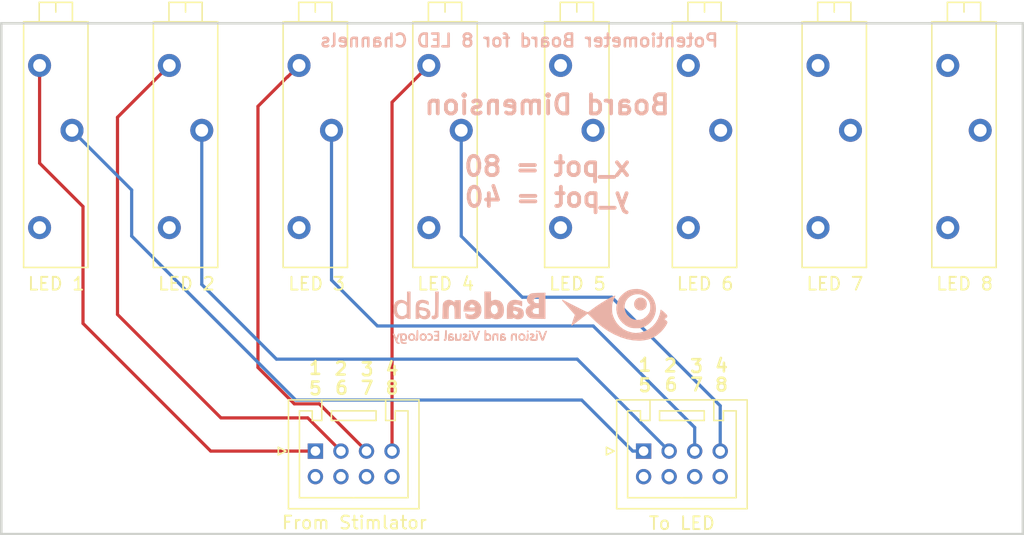
<source format=kicad_pcb>

(kicad_pcb
  (version 20171130)
  (host pcbnew "(5.0.0)")
  (general
    (thickness 1.6)
    (drawings 22)
    (tracks 111)
    (zones 0)
    (modules 11)
    (nets 13))
  (page A4)
  (layers
    (0 F.Cu signal)
    (31 B.Cu signal hide)
    (32 B.Adhes user)
    (33 F.Adhes user)
    (34 B.Paste user)
    (35 F.Paste user)
    (36 B.SilkS user)
    (37 F.SilkS user)
    (38 B.Mask user)
    (39 F.Mask user)
    (40 Dwgs.User user)
    (41 Cmts.User user)
    (42 Eco1.User user)
    (43 Eco2.User user)
    (44 Edge.Cuts user)
    (45 Margin user)
    (46 B.CrtYd user)
    (47 F.CrtYd user)
    (48 B.Fab user)
    (49 F.Fab user))
  (setup
    (last_trace_width 0.25)
    (trace_clearance 0.2)
    (zone_clearance 0.508)
    (zone_45_only no)
    (trace_min 0.2)
    (segment_width 0.2)
    (edge_width 0.15)
    (via_size 0.8)
    (via_drill 0.4)
    (via_min_size 0.4)
    (via_min_drill 0.3)
    (uvia_size 0.3)
    (uvia_drill 0.1)
    (uvias_allowed no)
    (uvia_min_size 0.2)
    (uvia_min_drill 0.1)
    (pcb_text_width 0.3)
    (pcb_text_size 1.5 1.5)
    (mod_edge_width 0.15)
    (mod_text_size 1 1)
    (mod_text_width 0.15)
    (pad_size 1.2 1.2)
    (pad_drill 0.75)
    (pad_to_mask_clearance 0.2)
    (aux_axis_origin 0 0)
    (visible_elements 7FFFFFFF)
    (pcbplotparams
      (layerselection 0x3ffff_ffffffff)
      (usegerberextensions false)
      (usegerberattributes false)
      (usegerberadvancedattributes false)
      (creategerberjobfile false)
      (excludeedgelayer true)
      (linewidth 0.1)
      (plotframeref false)
      (viasonmask false)
      (mode 1)
      (useauxorigin false)
      (hpglpennumber 1)
      (hpglpenspeed 20)
      (hpglpendiameter 15.0)
      (psnegative false)
      (psa4output false)
      (plotreference true)
      (plotvalue true)
      (plotinvisibletext false)
      (padsonsilk false)
      (subtractmaskfromsilk false)
      (outputformat 1)
      (mirror false)
      (drillshape 0)
      (scaleselection 1)
      (outputdirectory "")))
  (net 0 "")
  (net 1 "Net-(J1-Pad1)")
  (net 2 "Net-(J1-Pad2)")
  (net 3 "Net-(J1-Pad3)")
  (net 4 "Net-(J1-Pad4)")
  (net 5 "Net-(J2-Pad4)")
  (net 6 "Net-(J2-Pad3)")
  (net 7 "Net-(J2-Pad2)")
  (net 8 "Net-(J2-Pad1)")
  (net 9 "Net-(RV1-Pad1)")
  (net 10 "Net-(RV2-Pad1)")
  (net 11 "Net-(RV3-Pad1)")
  (net 12 "Net-(RV4-Pad1)")
  (net_class Default "This is the default net class."
    (clearance 0.2)
    (trace_width 0.25)
    (via_dia 0.8)
    (via_drill 0.4)
    (uvia_dia 0.3)
    (uvia_drill 0.1)
    (add_net "Net-(J1-Pad1)")
    (add_net "Net-(J1-Pad2)")
    (add_net "Net-(J1-Pad3)")
    (add_net "Net-(J1-Pad4)")
    (add_net "Net-(J2-Pad1)")
    (add_net "Net-(J2-Pad2)")
    (add_net "Net-(J2-Pad3)")
    (add_net "Net-(J2-Pad4)")
    (add_net "Net-(RV1-Pad1)")
    (add_net "Net-(RV2-Pad1)")
    (add_net "Net-(RV3-Pad1)")
    (add_net "Net-(RV4-Pad1)"))
  (module Potentiometer_THT:Potentiometer_Vishay_43_Horizontal
    (layer F.Cu)
    (tedit 5E14E429)
    (tstamp inf)
    (at 192.12 70 270)
    (descr "Potentiometer, horizontal, Vishay 43, http://www.vishay.com/docs/57026/43.pdf")
    (tags "Potentiometer horizontal Vishay 43")
    (path /5C756885)
    (fp_text reference "LED 8"
      (at 4.4 -1.32)
      (layer F.SilkS)
      (effects
        (font
          (size 1 1)
          (thickness 0.15))))
    (fp_text value ""
      (at -7.26 2.38 270)
      (layer F.Fab)
      (effects
        (font
          (size 1 1)
          (thickness 0.15))))
    (fp_text user %R
      (at -6.5 -1.27 270)
      (layer F.Fab)
      (effects
        (font
          (size 1 1)
          (thickness 0.15))))
    (fp_line
      (start 3.25 -3.95)
      (end -17.8 -3.95)
      (layer F.CrtYd)
      (width 0.05))
    (fp_line
      (start 3.25 1.4)
      (end 3.25 -3.95)
      (layer F.CrtYd)
      (width 0.05))
    (fp_line
      (start -17.8 1.4)
      (end 3.25 1.4)
      (layer F.CrtYd)
      (width 0.05))
    (fp_line
      (start -17.8 -3.95)
      (end -17.8 1.4)
      (layer F.CrtYd)
      (width 0.05))
    (fp_line
      (start -17.64 -1.27)
      (end -16.881 -1.27)
      (layer F.SilkS)
      (width 0.12))
    (fp_line
      (start -16.121 -2.57)
      (end -16.121 0.03)
      (layer F.SilkS)
      (width 0.12))
    (fp_line
      (start -17.64 -2.57)
      (end -17.64 0.03)
      (layer F.SilkS)
      (width 0.12))
    (fp_line
      (start -17.64 0.03)
      (end -16.121 0.03)
      (layer F.SilkS)
      (width 0.12))
    (fp_line
      (start -17.64 -2.57)
      (end -16.121 -2.57)
      (layer F.SilkS)
      (width 0.12))
    (fp_line
      (start 3.12 -3.79)
      (end 3.12 1.25)
      (layer F.SilkS)
      (width 0.12))
    (fp_line
      (start -16.12 -3.79)
      (end -16.12 1.25)
      (layer F.SilkS)
      (width 0.12))
    (fp_line
      (start -16.12 1.25)
      (end 3.12 1.25)
      (layer F.SilkS)
      (width 0.12))
    (fp_line
      (start -16.12 -3.79)
      (end 3.12 -3.79)
      (layer F.SilkS)
      (width 0.12))
    (fp_line
      (start -17.52 -1.27)
      (end -16.76 -1.27)
      (layer F.Fab)
      (width 0.1))
    (fp_line
      (start -16 -2.45)
      (end -17.52 -2.45)
      (layer F.Fab)
      (width 0.1))
    (fp_line
      (start -16 -0.09)
      (end -16 -2.45)
      (layer F.Fab)
      (width 0.1))
    (fp_line
      (start -17.52 -0.09)
      (end -16 -0.09)
      (layer F.Fab)
      (width 0.1))
    (fp_line
      (start -17.52 -2.45)
      (end -17.52 -0.09)
      (layer F.Fab)
      (width 0.1))
    (fp_line
      (start 3 -3.67)
      (end -16 -3.67)
      (layer F.Fab)
      (width 0.1))
    (fp_line
      (start 3 1.13)
      (end 3 -3.67)
      (layer F.Fab)
      (width 0.1))
    (fp_line
      (start -16 1.13)
      (end 3 1.13)
      (layer F.Fab)
      (width 0.1))
    (fp_line
      (start -16 -3.67)
      (end -16 1.13)
      (layer F.Fab)
      (width 0.1))
    (pad 3 thru_hole circle
      (at -12.7 0 270)
      (size 1.8 1.8)
      (drill 1)
      (layers *.Cu *.Mask))
    (pad 2 thru_hole circle
      (at -7.62 -2.54 270)
      (size 1.8 1.8)
      (drill 1)
      (layers *.Cu *.Mask))
    (pad 1 thru_hole circle
      (at 0 0 270)
      (size 1.8 1.8)
      (drill 1)
      (layers *.Cu *.Mask))
    (model ${KISYS3DMOD}/Potentiometer_THT.3dshapes/Potentiometer_Vishay_43_Horizontal.wrl
      (at
        (xyz 0 0 0))
      (scale
        (xyz 1 1 1))
      (rotate
        (xyz 0 0 0))))
  (module Potentiometer_THT:Potentiometer_Vishay_43_Horizontal
    (layer F.Cu)
    (tedit 5E14E425)
    (tstamp inf)
    (at 181.96 70 270)
    (descr "Potentiometer, horizontal, Vishay 43, http://www.vishay.com/docs/57026/43.pdf")
    (tags "Potentiometer horizontal Vishay 43")
    (path /5C756885)
    (fp_text reference "LED 7"
      (at 4.4 -1.32)
      (layer F.SilkS)
      (effects
        (font
          (size 1 1)
          (thickness 0.15))))
    (fp_text value ""
      (at -7.26 2.38 270)
      (layer F.Fab)
      (effects
        (font
          (size 1 1)
          (thickness 0.15))))
    (fp_text user %R
      (at -6.5 -1.27 270)
      (layer F.Fab)
      (effects
        (font
          (size 1 1)
          (thickness 0.15))))
    (fp_line
      (start 3.25 -3.95)
      (end -17.8 -3.95)
      (layer F.CrtYd)
      (width 0.05))
    (fp_line
      (start 3.25 1.4)
      (end 3.25 -3.95)
      (layer F.CrtYd)
      (width 0.05))
    (fp_line
      (start -17.8 1.4)
      (end 3.25 1.4)
      (layer F.CrtYd)
      (width 0.05))
    (fp_line
      (start -17.8 -3.95)
      (end -17.8 1.4)
      (layer F.CrtYd)
      (width 0.05))
    (fp_line
      (start -17.64 -1.27)
      (end -16.881 -1.27)
      (layer F.SilkS)
      (width 0.12))
    (fp_line
      (start -16.121 -2.57)
      (end -16.121 0.03)
      (layer F.SilkS)
      (width 0.12))
    (fp_line
      (start -17.64 -2.57)
      (end -17.64 0.03)
      (layer F.SilkS)
      (width 0.12))
    (fp_line
      (start -17.64 0.03)
      (end -16.121 0.03)
      (layer F.SilkS)
      (width 0.12))
    (fp_line
      (start -17.64 -2.57)
      (end -16.121 -2.57)
      (layer F.SilkS)
      (width 0.12))
    (fp_line
      (start 3.12 -3.79)
      (end 3.12 1.25)
      (layer F.SilkS)
      (width 0.12))
    (fp_line
      (start -16.12 -3.79)
      (end -16.12 1.25)
      (layer F.SilkS)
      (width 0.12))
    (fp_line
      (start -16.12 1.25)
      (end 3.12 1.25)
      (layer F.SilkS)
      (width 0.12))
    (fp_line
      (start -16.12 -3.79)
      (end 3.12 -3.79)
      (layer F.SilkS)
      (width 0.12))
    (fp_line
      (start -17.52 -1.27)
      (end -16.76 -1.27)
      (layer F.Fab)
      (width 0.1))
    (fp_line
      (start -16 -2.45)
      (end -17.52 -2.45)
      (layer F.Fab)
      (width 0.1))
    (fp_line
      (start -16 -0.09)
      (end -16 -2.45)
      (layer F.Fab)
      (width 0.1))
    (fp_line
      (start -17.52 -0.09)
      (end -16 -0.09)
      (layer F.Fab)
      (width 0.1))
    (fp_line
      (start -17.52 -2.45)
      (end -17.52 -0.09)
      (layer F.Fab)
      (width 0.1))
    (fp_line
      (start 3 -3.67)
      (end -16 -3.67)
      (layer F.Fab)
      (width 0.1))
    (fp_line
      (start 3 1.13)
      (end 3 -3.67)
      (layer F.Fab)
      (width 0.1))
    (fp_line
      (start -16 1.13)
      (end 3 1.13)
      (layer F.Fab)
      (width 0.1))
    (fp_line
      (start -16 -3.67)
      (end -16 1.13)
      (layer F.Fab)
      (width 0.1))
    (pad 3 thru_hole circle
      (at -12.7 0 270)
      (size 1.8 1.8)
      (drill 1)
      (layers *.Cu *.Mask))
    (pad 2 thru_hole circle
      (at -7.62 -2.54 270)
      (size 1.8 1.8)
      (drill 1)
      (layers *.Cu *.Mask))
    (pad 1 thru_hole circle
      (at 0 0 270)
      (size 1.8 1.8)
      (drill 1)
      (layers *.Cu *.Mask))
    (model ${KISYS3DMOD}/Potentiometer_THT.3dshapes/Potentiometer_Vishay_43_Horizontal.wrl
      (at
        (xyz 0 0 0))
      (scale
        (xyz 1 1 1))
      (rotate
        (xyz 0 0 0))))
  (module Potentiometer_THT:Potentiometer_Vishay_43_Horizontal
    (layer F.Cu)
    (tedit 5E14E658)
    (tstamp inf)
    (at 161.8 70 270)
    (descr "Potentiometer, horizontal, Vishay 43, http://www.vishay.com/docs/57026/43.pdf")
    (tags "Potentiometer horizontal Vishay 43")
    (path /5C756885)
    (fp_text reference "LED 5"
      (at 4.4 -1.32)
      (layer F.SilkS)
      (effects
        (font
          (size 1 1)
          (thickness 0.15))))
    (fp_text value ""
      (at -7.26 2.38 270)
      (layer F.Fab)
      (effects
        (font
          (size 1 1)
          (thickness 0.15))))
    (fp_text user %R
      (at -6.5 -1.27 270)
      (layer F.Fab)
      (effects
        (font
          (size 1 1)
          (thickness 0.15))))
    (fp_line
      (start 3.25 -3.95)
      (end -17.8 -3.95)
      (layer F.CrtYd)
      (width 0.05))
    (fp_line
      (start 3.25 1.4)
      (end 3.25 -3.95)
      (layer F.CrtYd)
      (width 0.05))
    (fp_line
      (start -17.8 1.4)
      (end 3.25 1.4)
      (layer F.CrtYd)
      (width 0.05))
    (fp_line
      (start -17.8 -3.95)
      (end -17.8 1.4)
      (layer F.CrtYd)
      (width 0.05))
    (fp_line
      (start -17.64 -1.27)
      (end -16.881 -1.27)
      (layer F.SilkS)
      (width 0.12))
    (fp_line
      (start -16.121 -2.57)
      (end -16.121 0.03)
      (layer F.SilkS)
      (width 0.12))
    (fp_line
      (start -17.64 -2.57)
      (end -17.64 0.03)
      (layer F.SilkS)
      (width 0.12))
    (fp_line
      (start -17.64 0.03)
      (end -16.121 0.03)
      (layer F.SilkS)
      (width 0.12))
    (fp_line
      (start -17.64 -2.57)
      (end -16.121 -2.57)
      (layer F.SilkS)
      (width 0.12))
    (fp_line
      (start 3.12 -3.79)
      (end 3.12 1.25)
      (layer F.SilkS)
      (width 0.12))
    (fp_line
      (start -16.12 -3.79)
      (end -16.12 1.25)
      (layer F.SilkS)
      (width 0.12))
    (fp_line
      (start -16.12 1.25)
      (end 3.12 1.25)
      (layer F.SilkS)
      (width 0.12))
    (fp_line
      (start -16.12 -3.79)
      (end 3.12 -3.79)
      (layer F.SilkS)
      (width 0.12))
    (fp_line
      (start -17.52 -1.27)
      (end -16.76 -1.27)
      (layer F.Fab)
      (width 0.1))
    (fp_line
      (start -16 -2.45)
      (end -17.52 -2.45)
      (layer F.Fab)
      (width 0.1))
    (fp_line
      (start -16 -0.09)
      (end -16 -2.45)
      (layer F.Fab)
      (width 0.1))
    (fp_line
      (start -17.52 -0.09)
      (end -16 -0.09)
      (layer F.Fab)
      (width 0.1))
    (fp_line
      (start -17.52 -2.45)
      (end -17.52 -0.09)
      (layer F.Fab)
      (width 0.1))
    (fp_line
      (start 3 -3.67)
      (end -16 -3.67)
      (layer F.Fab)
      (width 0.1))
    (fp_line
      (start 3 1.13)
      (end 3 -3.67)
      (layer F.Fab)
      (width 0.1))
    (fp_line
      (start -16 1.13)
      (end 3 1.13)
      (layer F.Fab)
      (width 0.1))
    (fp_line
      (start -16 -3.67)
      (end -16 1.13)
      (layer F.Fab)
      (width 0.1))
    (pad 3 thru_hole circle
      (at -12.7 0 270)
      (size 1.8 1.8)
      (drill 1)
      (layers *.Cu *.Mask))
    (pad 2 thru_hole circle
      (at -7.62 -2.54 270)
      (size 1.8 1.8)
      (drill 1)
      (layers *.Cu *.Mask))
    (pad 1 thru_hole circle
      (at 0 0 270)
      (size 1.8 1.8)
      (drill 1)
      (layers *.Cu *.Mask))
    (model ${KISYS3DMOD}/Potentiometer_THT.3dshapes/Potentiometer_Vishay_43_Horizontal.wrl
      (at
        (xyz 0 0 0))
      (scale
        (xyz 1 1 1))
      (rotate
        (xyz 0 0 0))))
  (module Potentiometer_THT:Potentiometer_Vishay_43_Horizontal
    (layer F.Cu)
    (tedit 5E14E422)
    (tstamp inf)
    (at 171.8 70 270)
    (descr "Potentiometer, horizontal, Vishay 43, http://www.vishay.com/docs/57026/43.pdf")
    (tags "Potentiometer horizontal Vishay 43")
    (path /5C756885)
    (fp_text reference "LED 6"
      (at 4.4 -1.32)
      (layer F.SilkS)
      (effects
        (font
          (size 1 1)
          (thickness 0.15))))
    (fp_text value ""
      (at -7.26 2.38 270)
      (layer F.Fab)
      (effects
        (font
          (size 1 1)
          (thickness 0.15))))
    (fp_text user %R
      (at -6.5 -1.27 270)
      (layer F.Fab)
      (effects
        (font
          (size 1 1)
          (thickness 0.15))))
    (fp_line
      (start 3.25 -3.95)
      (end -17.8 -3.95)
      (layer F.CrtYd)
      (width 0.05))
    (fp_line
      (start 3.25 1.4)
      (end 3.25 -3.95)
      (layer F.CrtYd)
      (width 0.05))
    (fp_line
      (start -17.8 1.4)
      (end 3.25 1.4)
      (layer F.CrtYd)
      (width 0.05))
    (fp_line
      (start -17.8 -3.95)
      (end -17.8 1.4)
      (layer F.CrtYd)
      (width 0.05))
    (fp_line
      (start -17.64 -1.27)
      (end -16.881 -1.27)
      (layer F.SilkS)
      (width 0.12))
    (fp_line
      (start -16.121 -2.57)
      (end -16.121 0.03)
      (layer F.SilkS)
      (width 0.12))
    (fp_line
      (start -17.64 -2.57)
      (end -17.64 0.03)
      (layer F.SilkS)
      (width 0.12))
    (fp_line
      (start -17.64 0.03)
      (end -16.121 0.03)
      (layer F.SilkS)
      (width 0.12))
    (fp_line
      (start -17.64 -2.57)
      (end -16.121 -2.57)
      (layer F.SilkS)
      (width 0.12))
    (fp_line
      (start 3.12 -3.79)
      (end 3.12 1.25)
      (layer F.SilkS)
      (width 0.12))
    (fp_line
      (start -16.12 -3.79)
      (end -16.12 1.25)
      (layer F.SilkS)
      (width 0.12))
    (fp_line
      (start -16.12 1.25)
      (end 3.12 1.25)
      (layer F.SilkS)
      (width 0.12))
    (fp_line
      (start -16.12 -3.79)
      (end 3.12 -3.79)
      (layer F.SilkS)
      (width 0.12))
    (fp_line
      (start -17.52 -1.27)
      (end -16.76 -1.27)
      (layer F.Fab)
      (width 0.1))
    (fp_line
      (start -16 -2.45)
      (end -17.52 -2.45)
      (layer F.Fab)
      (width 0.1))
    (fp_line
      (start -16 -0.09)
      (end -16 -2.45)
      (layer F.Fab)
      (width 0.1))
    (fp_line
      (start -17.52 -0.09)
      (end -16 -0.09)
      (layer F.Fab)
      (width 0.1))
    (fp_line
      (start -17.52 -2.45)
      (end -17.52 -0.09)
      (layer F.Fab)
      (width 0.1))
    (fp_line
      (start 3 -3.67)
      (end -16 -3.67)
      (layer F.Fab)
      (width 0.1))
    (fp_line
      (start 3 1.13)
      (end 3 -3.67)
      (layer F.Fab)
      (width 0.1))
    (fp_line
      (start -16 1.13)
      (end 3 1.13)
      (layer F.Fab)
      (width 0.1))
    (fp_line
      (start -16 -3.67)
      (end -16 1.13)
      (layer F.Fab)
      (width 0.1))
    (pad 3 thru_hole circle
      (at -12.7 0 270)
      (size 1.8 1.8)
      (drill 1)
      (layers *.Cu *.Mask))
    (pad 2 thru_hole circle
      (at -7.62 -2.54 270)
      (size 1.8 1.8)
      (drill 1)
      (layers *.Cu *.Mask))
    (pad 1 thru_hole circle
      (at 0 0 270)
      (size 1.8 1.8)
      (drill 1)
      (layers *.Cu *.Mask))
    (model ${KISYS3DMOD}/Potentiometer_THT.3dshapes/Potentiometer_Vishay_43_Horizontal.wrl
      (at
        (xyz 0 0 0))
      (scale
        (xyz 1 1 1))
      (rotate
        (xyz 0 0 0))))
  (module Connector_JST:JST_PUD_B08B-PUDSS_2x04_P2.00mm_Vertical
    (layer F.Cu)
    (tedit 5E14E8ED)
    (tstamp 5C75DBE3)
    (at 168.3 87.5)
    (descr "JST PUD series connector, B08B-PUDSS (http://www.jst-mfg.com/product/pdf/eng/ePUD.pdf), generated with kicad-footprint-generator")
    (tags "connector JST PUD side entry")
    (path /5C756C33)
    (fp_text reference "To LED"
      (at 3 5.65)
      (layer F.SilkS)
      (effects
        (font
          (size 1 1)
          (thickness 0.15))))
    (fp_text value ""
      (at 3 5.6)
      (layer F.Fab)
      (effects
        (font
          (size 1 1)
          (thickness 0.15))))
    (fp_text user %R
      (at 3 -3.2)
      (layer F.Fab)
      (effects
        (font
          (size 1 1)
          (thickness 0.15))))
    (fp_line
      (start -1.292893 0)
      (end -2 -0.5)
      (layer F.Fab)
      (width 0.1))
    (fp_line
      (start -2 0.5)
      (end -1.292893 0)
      (layer F.Fab)
      (width 0.1))
    (fp_line
      (start -2.91 -0.3)
      (end -2.31 0)
      (layer F.SilkS)
      (width 0.12))
    (fp_line
      (start -2.91 0.3)
      (end -2.91 -0.3)
      (layer F.SilkS)
      (width 0.12))
    (fp_line
      (start -2.31 0)
      (end -2.91 0.3)
      (layer F.SilkS)
      (width 0.12))
    (fp_line
      (start 8.11 -4.01)
      (end -2.11 -4.01)
      (layer F.SilkS)
      (width 0.12))
    (fp_line
      (start 8.11 4.51)
      (end 8.11 -4.01)
      (layer F.SilkS)
      (width 0.12))
    (fp_line
      (start -2.11 4.51)
      (end 8.11 4.51)
      (layer F.SilkS)
      (width 0.12))
    (fp_line
      (start -2.11 -4.01)
      (end -2.11 4.51)
      (layer F.SilkS)
      (width 0.12))
    (fp_line
      (start 7.25 3.65)
      (end 3 3.65)
      (layer F.SilkS)
      (width 0.12))
    (fp_line
      (start 7.25 -3.15)
      (end 7.25 3.65)
      (layer F.SilkS)
      (width 0.12))
    (fp_line
      (start 6.25 -3.15)
      (end 7.25 -3.15)
      (layer F.SilkS)
      (width 0.12))
    (fp_line
      (start 6.25 -2.4)
      (end 6.25 -3.15)
      (layer F.SilkS)
      (width 0.12))
    (fp_line
      (start 5.5 -2.4)
      (end 6.25 -2.4)
      (layer F.SilkS)
      (width 0.12))
    (fp_line
      (start 5.5 -4.01)
      (end 5.5 -2.4)
      (layer F.SilkS)
      (width 0.12))
    (fp_line
      (start -1.25 3.65)
      (end 3 3.65)
      (layer F.SilkS)
      (width 0.12))
    (fp_line
      (start -1.25 -3.15)
      (end -1.25 3.65)
      (layer F.SilkS)
      (width 0.12))
    (fp_line
      (start -0.25 -3.15)
      (end -1.25 -3.15)
      (layer F.SilkS)
      (width 0.12))
    (fp_line
      (start -0.25 -2.4)
      (end -0.25 -3.15)
      (layer F.SilkS)
      (width 0.12))
    (fp_line
      (start 0.5 -2.4)
      (end -0.25 -2.4)
      (layer F.SilkS)
      (width 0.12))
    (fp_line
      (start 0.5 -4.01)
      (end 0.5 -2.4)
      (layer F.SilkS)
      (width 0.12))
    (fp_line
      (start 8.5 -4.4)
      (end -2.5 -4.4)
      (layer F.CrtYd)
      (width 0.05))
    (fp_line
      (start 8.5 4.9)
      (end 8.5 -4.4)
      (layer F.CrtYd)
      (width 0.05))
    (fp_line
      (start -2.5 4.9)
      (end 8.5 4.9)
      (layer F.CrtYd)
      (width 0.05))
    (fp_line
      (start -2.5 -4.4)
      (end -2.5 4.9)
      (layer F.CrtYd)
      (width 0.05))
    (fp_line
      (start 4.75 -3.15)
      (end 1.25 -3.15)
      (layer F.SilkS)
      (width 0.12))
    (fp_line
      (start 4.75 -2.4)
      (end 4.75 -3.15)
      (layer F.SilkS)
      (width 0.12))
    (fp_line
      (start 1.25 -2.4)
      (end 4.75 -2.4)
      (layer F.SilkS)
      (width 0.12))
    (fp_line
      (start 1.25 -3.15)
      (end 1.25 -2.4)
      (layer F.SilkS)
      (width 0.12))
    (fp_line
      (start 8 -3.9)
      (end -2 -3.9)
      (layer F.Fab)
      (width 0.1))
    (fp_line
      (start 8 4.4)
      (end 8 -3.9)
      (layer F.Fab)
      (width 0.1))
    (fp_line
      (start -2 4.4)
      (end 8 4.4)
      (layer F.Fab)
      (width 0.1))
    (fp_line
      (start -2 -3.9)
      (end -2 4.4)
      (layer F.Fab)
      (width 0.1))
    (pad 8 thru_hole circle
      (at 6 2)
      (size 1.2 1.2)
      (drill 0.75)
      (layers *.Cu *.Mask))
    (pad 6 thru_hole circle
      (at 4 2)
      (size 1.2 1.2)
      (drill 0.75)
      (layers *.Cu *.Mask))
    (pad 4 thru_hole circle
      (at 2 2)
      (size 1.2 1.2)
      (drill 0.75)
      (layers *.Cu *.Mask))
    (pad 2 thru_hole circle
      (at 0 2)
      (size 1.2 1.2)
      (drill 0.75)
      (layers *.Cu *.Mask))
    (pad 7 thru_hole circle
      (at 6 0)
      (size 1.2 1.2)
      (drill 0.75)
      (layers *.Cu *.Mask)
      (net 5 "Net-(J2-Pad4)"))
    (pad 5 thru_hole circle
      (at 4 0)
      (size 1.2 1.2)
      (drill 0.75)
      (layers *.Cu *.Mask)
      (net 6 "Net-(J2-Pad3)"))
    (pad 3 thru_hole circle
      (at 2 0)
      (size 1.2 1.2)
      (drill 0.75)
      (layers *.Cu *.Mask)
      (net 7 "Net-(J2-Pad2)"))
    (pad 1 thru_hole rect
      (at 0 0)
      (size 1.2 1.2)
      (drill 0.75)
      (layers *.Cu *.Mask)
      (net 8 "Net-(J2-Pad1)"))
    (model ${KISYS3DMOD}/Connector_JST.3dshapes/JST_PUD_B08B-PUDSS_2x04_P2.00mm_Vertical.wrl
      (at
        (xyz 0 0 0))
      (scale
        (xyz 1 1 1))
      (rotate
        (xyz 0 0 0))))
  (module Connector_JST:JST_PUD_B08B-PUDSS_2x04_P2.00mm_Vertical
    (layer F.Cu)
    (tedit 5E14E71B)
    (tstamp 5C75DBC1)
    (at 142.6 87.5)
    (descr "JST PUD series connector, B08B-PUDSS (http://www.jst-mfg.com/product/pdf/eng/ePUD.pdf), generated with kicad-footprint-generator")
    (tags "connector JST PUD side entry")
    (path /5C756BCF)
    (fp_text reference "From Stimlator"
      (at 3.05 5.6)
      (layer F.SilkS)
      (effects
        (font
          (size 1 1)
          (thickness 0.15))))
    (fp_text value ""
      (at 3 5.6)
      (layer F.Fab)
      (effects
        (font
          (size 1 1)
          (thickness 0.15))))
    (fp_text user %R
      (at 3 -3.2)
      (layer F.Fab)
      (effects
        (font
          (size 1 1)
          (thickness 0.15))))
    (fp_line
      (start -1.292893 0)
      (end -2 -0.5)
      (layer F.Fab)
      (width 0.1))
    (fp_line
      (start -2 0.5)
      (end -1.292893 0)
      (layer F.Fab)
      (width 0.1))
    (fp_line
      (start -2.91 -0.3)
      (end -2.31 0)
      (layer F.SilkS)
      (width 0.12))
    (fp_line
      (start -2.91 0.3)
      (end -2.91 -0.3)
      (layer F.SilkS)
      (width 0.12))
    (fp_line
      (start -2.31 0)
      (end -2.91 0.3)
      (layer F.SilkS)
      (width 0.12))
    (fp_line
      (start 8.11 -4.01)
      (end -2.11 -4.01)
      (layer F.SilkS)
      (width 0.12))
    (fp_line
      (start 8.11 4.51)
      (end 8.11 -4.01)
      (layer F.SilkS)
      (width 0.12))
    (fp_line
      (start -2.11 4.51)
      (end 8.11 4.51)
      (layer F.SilkS)
      (width 0.12))
    (fp_line
      (start -2.11 -4.01)
      (end -2.11 4.51)
      (layer F.SilkS)
      (width 0.12))
    (fp_line
      (start 7.25 3.65)
      (end 3 3.65)
      (layer F.SilkS)
      (width 0.12))
    (fp_line
      (start 7.25 -3.15)
      (end 7.25 3.65)
      (layer F.SilkS)
      (width 0.12))
    (fp_line
      (start 6.25 -3.15)
      (end 7.25 -3.15)
      (layer F.SilkS)
      (width 0.12))
    (fp_line
      (start 6.25 -2.4)
      (end 6.25 -3.15)
      (layer F.SilkS)
      (width 0.12))
    (fp_line
      (start 5.5 -2.4)
      (end 6.25 -2.4)
      (layer F.SilkS)
      (width 0.12))
    (fp_line
      (start 5.5 -4.01)
      (end 5.5 -2.4)
      (layer F.SilkS)
      (width 0.12))
    (fp_line
      (start -1.25 3.65)
      (end 3 3.65)
      (layer F.SilkS)
      (width 0.12))
    (fp_line
      (start -1.25 -3.15)
      (end -1.25 3.65)
      (layer F.SilkS)
      (width 0.12))
    (fp_line
      (start -0.25 -3.15)
      (end -1.25 -3.15)
      (layer F.SilkS)
      (width 0.12))
    (fp_line
      (start -0.25 -2.4)
      (end -0.25 -3.15)
      (layer F.SilkS)
      (width 0.12))
    (fp_line
      (start 0.5 -2.4)
      (end -0.25 -2.4)
      (layer F.SilkS)
      (width 0.12))
    (fp_line
      (start 0.5 -4.01)
      (end 0.5 -2.4)
      (layer F.SilkS)
      (width 0.12))
    (fp_line
      (start 8.5 -4.4)
      (end -2.5 -4.4)
      (layer F.CrtYd)
      (width 0.05))
    (fp_line
      (start 8.5 4.9)
      (end 8.5 -4.4)
      (layer F.CrtYd)
      (width 0.05))
    (fp_line
      (start -2.5 4.9)
      (end 8.5 4.9)
      (layer F.CrtYd)
      (width 0.05))
    (fp_line
      (start -2.5 -4.4)
      (end -2.5 4.9)
      (layer F.CrtYd)
      (width 0.05))
    (fp_line
      (start 4.75 -3.15)
      (end 1.25 -3.15)
      (layer F.SilkS)
      (width 0.12))
    (fp_line
      (start 4.75 -2.4)
      (end 4.75 -3.15)
      (layer F.SilkS)
      (width 0.12))
    (fp_line
      (start 1.25 -2.4)
      (end 4.75 -2.4)
      (layer F.SilkS)
      (width 0.12))
    (fp_line
      (start 1.25 -3.15)
      (end 1.25 -2.4)
      (layer F.SilkS)
      (width 0.12))
    (fp_line
      (start 8 -3.9)
      (end -2 -3.9)
      (layer F.Fab)
      (width 0.1))
    (fp_line
      (start 8 4.4)
      (end 8 -3.9)
      (layer F.Fab)
      (width 0.1))
    (fp_line
      (start -2 4.4)
      (end 8 4.4)
      (layer F.Fab)
      (width 0.1))
    (fp_line
      (start -2 -3.9)
      (end -2 4.4)
      (layer F.Fab)
      (width 0.1))
    (pad 8 thru_hole circle
      (at 6 2)
      (size 1.2 1.2)
      (drill 0.75)
      (layers *.Cu *.Mask))
    (pad 6 thru_hole circle
      (at 4 2)
      (size 1.2 1.2)
      (drill 0.75)
      (layers *.Cu *.Mask))
    (pad 4 thru_hole circle
      (at 2 2)
      (size 1.2 1.2)
      (drill 0.75)
      (layers *.Cu *.Mask))
    (pad 2 thru_hole circle
      (at 0 2)
      (size 1.2 1.2)
      (drill 0.75)
      (layers *.Cu *.Mask))
    (pad 7 thru_hole circle
      (at 6 0)
      (size 1.2 1.2)
      (drill 0.75)
      (layers *.Cu *.Mask)
      (net 4 "Net-(J1-Pad4)"))
    (pad 5 thru_hole circle
      (at 4 0)
      (size 1.2 1.2)
      (drill 0.75)
      (layers *.Cu *.Mask)
      (net 3 "Net-(J1-Pad3)"))
    (pad 3 thru_hole circle
      (at 2 0)
      (size 1.2 1.2)
      (drill 0.75)
      (layers *.Cu *.Mask)
      (net 2 "Net-(J1-Pad2)"))
    (pad 1 thru_hole rect
      (at 0 0)
      (size 1.2 1.2)
      (drill 0.75)
      (layers *.Cu *.Mask)
      (net 1 "Net-(J1-Pad1)"))
    (model ${KISYS3DMOD}/Connector_JST.3dshapes/JST_PUD_B08B-PUDSS_2x04_P2.00mm_Vertical.wrl
      (at
        (xyz 0 0 0))
      (scale
        (xyz 1 1 1))
      (rotate
        (xyz 0 0 0))))
  (module Potentiometer_THT:Potentiometer_Vishay_43_Horizontal
    (layer F.Cu)
    (tedit 5C756EAB)
    (tstamp 5C75DC01)
    (at 121 70 270)
    (descr "Potentiometer, horizontal, Vishay 43, http://www.vishay.com/docs/57026/43.pdf")
    (tags "Potentiometer horizontal Vishay 43")
    (path /5C756AE9)
    (fp_text reference "LED 1"
      (at 4.4 -1.3)
      (layer F.SilkS)
      (effects
        (font
          (size 1 1)
          (thickness 0.15))))
    (fp_text value ""
      (at -7.26 2.38 270)
      (layer F.Fab)
      (effects
        (font
          (size 1 1)
          (thickness 0.15))))
    (fp_text user %R
      (at -6.5 -1.27 270)
      (layer F.Fab)
      (effects
        (font
          (size 1 1)
          (thickness 0.15))))
    (fp_line
      (start 3.25 -3.95)
      (end -17.8 -3.95)
      (layer F.CrtYd)
      (width 0.05))
    (fp_line
      (start 3.25 1.4)
      (end 3.25 -3.95)
      (layer F.CrtYd)
      (width 0.05))
    (fp_line
      (start -17.8 1.4)
      (end 3.25 1.4)
      (layer F.CrtYd)
      (width 0.05))
    (fp_line
      (start -17.8 -3.95)
      (end -17.8 1.4)
      (layer F.CrtYd)
      (width 0.05))
    (fp_line
      (start -17.64 -1.27)
      (end -16.881 -1.27)
      (layer F.SilkS)
      (width 0.12))
    (fp_line
      (start -16.121 -2.57)
      (end -16.121 0.03)
      (layer F.SilkS)
      (width 0.12))
    (fp_line
      (start -17.64 -2.57)
      (end -17.64 0.03)
      (layer F.SilkS)
      (width 0.12))
    (fp_line
      (start -17.64 0.03)
      (end -16.121 0.03)
      (layer F.SilkS)
      (width 0.12))
    (fp_line
      (start -17.64 -2.57)
      (end -16.121 -2.57)
      (layer F.SilkS)
      (width 0.12))
    (fp_line
      (start 3.12 -3.79)
      (end 3.12 1.25)
      (layer F.SilkS)
      (width 0.12))
    (fp_line
      (start -16.12 -3.79)
      (end -16.12 1.25)
      (layer F.SilkS)
      (width 0.12))
    (fp_line
      (start -16.12 1.25)
      (end 3.12 1.25)
      (layer F.SilkS)
      (width 0.12))
    (fp_line
      (start -16.12 -3.79)
      (end 3.12 -3.79)
      (layer F.SilkS)
      (width 0.12))
    (fp_line
      (start -17.52 -1.27)
      (end -16.76 -1.27)
      (layer F.Fab)
      (width 0.1))
    (fp_line
      (start -16 -2.45)
      (end -17.52 -2.45)
      (layer F.Fab)
      (width 0.1))
    (fp_line
      (start -16 -0.09)
      (end -16 -2.45)
      (layer F.Fab)
      (width 0.1))
    (fp_line
      (start -17.52 -0.09)
      (end -16 -0.09)
      (layer F.Fab)
      (width 0.1))
    (fp_line
      (start -17.52 -2.45)
      (end -17.52 -0.09)
      (layer F.Fab)
      (width 0.1))
    (fp_line
      (start 3 -3.67)
      (end -16 -3.67)
      (layer F.Fab)
      (width 0.1))
    (fp_line
      (start 3 1.13)
      (end 3 -3.67)
      (layer F.Fab)
      (width 0.1))
    (fp_line
      (start -16 1.13)
      (end 3 1.13)
      (layer F.Fab)
      (width 0.1))
    (fp_line
      (start -16 -3.67)
      (end -16 1.13)
      (layer F.Fab)
      (width 0.1))
    (pad 3 thru_hole circle
      (at -12.7 0 270)
      (size 1.8 1.8)
      (drill 1)
      (layers *.Cu *.Mask)
      (net 1 "Net-(J1-Pad1)"))
    (pad 2 thru_hole circle
      (at -7.62 -2.54 270)
      (size 1.8 1.8)
      (drill 1)
      (layers *.Cu *.Mask)
      (net 8 "Net-(J2-Pad1)"))
    (pad 1 thru_hole circle
      (at 0 0 270)
      (size 1.8 1.8)
      (drill 1)
      (layers *.Cu *.Mask))
    (model ${KISYS3DMOD}/Potentiometer_THT.3dshapes/Potentiometer_Vishay_43_Horizontal.wrl
      (at
        (xyz 0 0 0))
      (scale
        (xyz 1 1 1))
      (rotate
        (xyz 0 0 0))))
  (module Potentiometer_THT:Potentiometer_Vishay_43_Horizontal
    (layer F.Cu)
    (tedit 5C756EB5)
    (tstamp 5C75DC1F)
    (at 131.16 70 270)
    (descr "Potentiometer, horizontal, Vishay 43, http://www.vishay.com/docs/57026/43.pdf")
    (tags "Potentiometer horizontal Vishay 43")
    (path /5C756AAB)
    (fp_text reference "LED 2"
      (at 4.4 -1.34)
      (layer F.SilkS)
      (effects
        (font
          (size 1 1)
          (thickness 0.15))))
    (fp_text value ""
      (at -7.26 2.38 270)
      (layer F.Fab)
      (effects
        (font
          (size 1 1)
          (thickness 0.15))))
    (fp_text user %R
      (at -6.5 -1.27 270)
      (layer F.Fab)
      (effects
        (font
          (size 1 1)
          (thickness 0.15))))
    (fp_line
      (start -16 -3.67)
      (end -16 1.13)
      (layer F.Fab)
      (width 0.1))
    (fp_line
      (start -16 1.13)
      (end 3 1.13)
      (layer F.Fab)
      (width 0.1))
    (fp_line
      (start 3 1.13)
      (end 3 -3.67)
      (layer F.Fab)
      (width 0.1))
    (fp_line
      (start 3 -3.67)
      (end -16 -3.67)
      (layer F.Fab)
      (width 0.1))
    (fp_line
      (start -17.52 -2.45)
      (end -17.52 -0.09)
      (layer F.Fab)
      (width 0.1))
    (fp_line
      (start -17.52 -0.09)
      (end -16 -0.09)
      (layer F.Fab)
      (width 0.1))
    (fp_line
      (start -16 -0.09)
      (end -16 -2.45)
      (layer F.Fab)
      (width 0.1))
    (fp_line
      (start -16 -2.45)
      (end -17.52 -2.45)
      (layer F.Fab)
      (width 0.1))
    (fp_line
      (start -17.52 -1.27)
      (end -16.76 -1.27)
      (layer F.Fab)
      (width 0.1))
    (fp_line
      (start -16.12 -3.79)
      (end 3.12 -3.79)
      (layer F.SilkS)
      (width 0.12))
    (fp_line
      (start -16.12 1.25)
      (end 3.12 1.25)
      (layer F.SilkS)
      (width 0.12))
    (fp_line
      (start -16.12 -3.79)
      (end -16.12 1.25)
      (layer F.SilkS)
      (width 0.12))
    (fp_line
      (start 3.12 -3.79)
      (end 3.12 1.25)
      (layer F.SilkS)
      (width 0.12))
    (fp_line
      (start -17.64 -2.57)
      (end -16.121 -2.57)
      (layer F.SilkS)
      (width 0.12))
    (fp_line
      (start -17.64 0.03)
      (end -16.121 0.03)
      (layer F.SilkS)
      (width 0.12))
    (fp_line
      (start -17.64 -2.57)
      (end -17.64 0.03)
      (layer F.SilkS)
      (width 0.12))
    (fp_line
      (start -16.121 -2.57)
      (end -16.121 0.03)
      (layer F.SilkS)
      (width 0.12))
    (fp_line
      (start -17.64 -1.27)
      (end -16.881 -1.27)
      (layer F.SilkS)
      (width 0.12))
    (fp_line
      (start -17.8 -3.95)
      (end -17.8 1.4)
      (layer F.CrtYd)
      (width 0.05))
    (fp_line
      (start -17.8 1.4)
      (end 3.25 1.4)
      (layer F.CrtYd)
      (width 0.05))
    (fp_line
      (start 3.25 1.4)
      (end 3.25 -3.95)
      (layer F.CrtYd)
      (width 0.05))
    (fp_line
      (start 3.25 -3.95)
      (end -17.8 -3.95)
      (layer F.CrtYd)
      (width 0.05))
    (pad 1 thru_hole circle
      (at 0 0 270)
      (size 1.8 1.8)
      (drill 1)
      (layers *.Cu *.Mask))
    (pad 2 thru_hole circle
      (at -7.62 -2.54 270)
      (size 1.8 1.8)
      (drill 1)
      (layers *.Cu *.Mask)
      (net 7 "Net-(J2-Pad2)"))
    (pad 3 thru_hole circle
      (at -12.7 0 270)
      (size 1.8 1.8)
      (drill 1)
      (layers *.Cu *.Mask)
      (net 2 "Net-(J1-Pad2)"))
    (model ${KISYS3DMOD}/Potentiometer_THT.3dshapes/Potentiometer_Vishay_43_Horizontal.wrl
      (at
        (xyz 0 0 0))
      (scale
        (xyz 1 1 1))
      (rotate
        (xyz 0 0 0))))
  (module Potentiometer_THT:Potentiometer_Vishay_43_Horizontal
    (layer F.Cu)
    (tedit 5E14E7C4)
    (tstamp 5C75DC3D)
    (at 141.32 70 270)
    (descr "Potentiometer, horizontal, Vishay 43, http://www.vishay.com/docs/57026/43.pdf")
    (tags "Potentiometer horizontal Vishay 43")
    (path /5C756A65)
    (fp_text reference "LED 3"
      (at 4.4 -1.38)
      (layer F.SilkS)
      (effects
        (font
          (size 1 1)
          (thickness 0.15))))
    (fp_text value ""
      (at -7.26 2.38 270)
      (layer F.Fab)
      (effects
        (font
          (size 1 1)
          (thickness 0.15))))
    (fp_text user %R
      (at -6.5 -1.27 270)
      (layer F.Fab)
      (effects
        (font
          (size 1 1)
          (thickness 0.15))))
    (fp_line
      (start 3.25 -3.95)
      (end -17.8 -3.95)
      (layer F.CrtYd)
      (width 0.05))
    (fp_line
      (start 3.25 1.4)
      (end 3.25 -3.95)
      (layer F.CrtYd)
      (width 0.05))
    (fp_line
      (start -17.8 1.4)
      (end 3.25 1.4)
      (layer F.CrtYd)
      (width 0.05))
    (fp_line
      (start -17.8 -3.95)
      (end -17.8 1.4)
      (layer F.CrtYd)
      (width 0.05))
    (fp_line
      (start -17.64 -1.27)
      (end -16.881 -1.27)
      (layer F.SilkS)
      (width 0.12))
    (fp_line
      (start -16.121 -2.57)
      (end -16.121 0.03)
      (layer F.SilkS)
      (width 0.12))
    (fp_line
      (start -17.64 -2.57)
      (end -17.64 0.03)
      (layer F.SilkS)
      (width 0.12))
    (fp_line
      (start -17.64 0.03)
      (end -16.121 0.03)
      (layer F.SilkS)
      (width 0.12))
    (fp_line
      (start -17.64 -2.57)
      (end -16.121 -2.57)
      (layer F.SilkS)
      (width 0.12))
    (fp_line
      (start 3.12 -3.79)
      (end 3.12 1.25)
      (layer F.SilkS)
      (width 0.12))
    (fp_line
      (start -16.12 -3.79)
      (end -16.12 1.25)
      (layer F.SilkS)
      (width 0.12))
    (fp_line
      (start -16.12 1.25)
      (end 3.12 1.25)
      (layer F.SilkS)
      (width 0.12))
    (fp_line
      (start -16.12 -3.79)
      (end 3.12 -3.79)
      (layer F.SilkS)
      (width 0.12))
    (fp_line
      (start -17.52 -1.27)
      (end -16.76 -1.27)
      (layer F.Fab)
      (width 0.1))
    (fp_line
      (start -16 -2.45)
      (end -17.52 -2.45)
      (layer F.Fab)
      (width 0.1))
    (fp_line
      (start -16 -0.09)
      (end -16 -2.45)
      (layer F.Fab)
      (width 0.1))
    (fp_line
      (start -17.52 -0.09)
      (end -16 -0.09)
      (layer F.Fab)
      (width 0.1))
    (fp_line
      (start -17.52 -2.45)
      (end -17.52 -0.09)
      (layer F.Fab)
      (width 0.1))
    (fp_line
      (start 3 -3.67)
      (end -16 -3.67)
      (layer F.Fab)
      (width 0.1))
    (fp_line
      (start 3 1.13)
      (end 3 -3.67)
      (layer F.Fab)
      (width 0.1))
    (fp_line
      (start -16 1.13)
      (end 3 1.13)
      (layer F.Fab)
      (width 0.1))
    (fp_line
      (start -16 -3.67)
      (end -16 1.13)
      (layer F.Fab)
      (width 0.1))
    (pad 3 thru_hole circle
      (at -12.7 0 270)
      (size 1.8 1.8)
      (drill 1)
      (layers *.Cu *.Mask)
      (net 3 "Net-(J1-Pad3)"))
    (pad 2 thru_hole circle
      (at -7.62 -2.54 270)
      (size 1.8 1.8)
      (drill 1)
      (layers *.Cu *.Mask)
      (net 6 "Net-(J2-Pad3)"))
    (pad 1 thru_hole circle
      (at 0 0 270)
      (size 1.8 1.8)
      (drill 1)
      (layers *.Cu *.Mask))
    (model ${KISYS3DMOD}/Potentiometer_THT.3dshapes/Potentiometer_Vishay_43_Horizontal.wrl
      (at
        (xyz 0 0 0))
      (scale
        (xyz 1 1 1))
      (rotate
        (xyz 0 0 0))))
  (module Potentiometer_THT:Potentiometer_Vishay_43_Horizontal
    (layer F.Cu)
    (tedit 5C756EE4)
    (tstamp 5C75DC5B)
    (at 151.48 70 270)
    (descr "Potentiometer, horizontal, Vishay 43, http://www.vishay.com/docs/57026/43.pdf")
    (tags "Potentiometer horizontal Vishay 43")
    (path /5C756885)
    (fp_text reference "LED 4"
      (at 4.4 -1.32)
      (layer F.SilkS)
      (effects
        (font
          (size 1 1)
          (thickness 0.15))))
    (fp_text value ""
      (at -7.26 2.38 270)
      (layer F.Fab)
      (effects
        (font
          (size 1 1)
          (thickness 0.15))))
    (fp_text user %R
      (at -6.5 -1.27 270)
      (layer F.Fab)
      (effects
        (font
          (size 1 1)
          (thickness 0.15))))
    (fp_line
      (start -16 -3.67)
      (end -16 1.13)
      (layer F.Fab)
      (width 0.1))
    (fp_line
      (start -16 1.13)
      (end 3 1.13)
      (layer F.Fab)
      (width 0.1))
    (fp_line
      (start 3 1.13)
      (end 3 -3.67)
      (layer F.Fab)
      (width 0.1))
    (fp_line
      (start 3 -3.67)
      (end -16 -3.67)
      (layer F.Fab)
      (width 0.1))
    (fp_line
      (start -17.52 -2.45)
      (end -17.52 -0.09)
      (layer F.Fab)
      (width 0.1))
    (fp_line
      (start -17.52 -0.09)
      (end -16 -0.09)
      (layer F.Fab)
      (width 0.1))
    (fp_line
      (start -16 -0.09)
      (end -16 -2.45)
      (layer F.Fab)
      (width 0.1))
    (fp_line
      (start -16 -2.45)
      (end -17.52 -2.45)
      (layer F.Fab)
      (width 0.1))
    (fp_line
      (start -17.52 -1.27)
      (end -16.76 -1.27)
      (layer F.Fab)
      (width 0.1))
    (fp_line
      (start -16.12 -3.79)
      (end 3.12 -3.79)
      (layer F.SilkS)
      (width 0.12))
    (fp_line
      (start -16.12 1.25)
      (end 3.12 1.25)
      (layer F.SilkS)
      (width 0.12))
    (fp_line
      (start -16.12 -3.79)
      (end -16.12 1.25)
      (layer F.SilkS)
      (width 0.12))
    (fp_line
      (start 3.12 -3.79)
      (end 3.12 1.25)
      (layer F.SilkS)
      (width 0.12))
    (fp_line
      (start -17.64 -2.57)
      (end -16.121 -2.57)
      (layer F.SilkS)
      (width 0.12))
    (fp_line
      (start -17.64 0.03)
      (end -16.121 0.03)
      (layer F.SilkS)
      (width 0.12))
    (fp_line
      (start -17.64 -2.57)
      (end -17.64 0.03)
      (layer F.SilkS)
      (width 0.12))
    (fp_line
      (start -16.121 -2.57)
      (end -16.121 0.03)
      (layer F.SilkS)
      (width 0.12))
    (fp_line
      (start -17.64 -1.27)
      (end -16.881 -1.27)
      (layer F.SilkS)
      (width 0.12))
    (fp_line
      (start -17.8 -3.95)
      (end -17.8 1.4)
      (layer F.CrtYd)
      (width 0.05))
    (fp_line
      (start -17.8 1.4)
      (end 3.25 1.4)
      (layer F.CrtYd)
      (width 0.05))
    (fp_line
      (start 3.25 1.4)
      (end 3.25 -3.95)
      (layer F.CrtYd)
      (width 0.05))
    (fp_line
      (start 3.25 -3.95)
      (end -17.8 -3.95)
      (layer F.CrtYd)
      (width 0.05))
    (pad 1 thru_hole circle
      (at 0 0 270)
      (size 1.8 1.8)
      (drill 1)
      (layers *.Cu *.Mask))
    (pad 2 thru_hole circle
      (at -7.62 -2.54 270)
      (size 1.8 1.8)
      (drill 1)
      (layers *.Cu *.Mask)
      (net 5 "Net-(J2-Pad4)"))
    (pad 3 thru_hole circle
      (at -12.7 0 270)
      (size 1.8 1.8)
      (drill 1)
      (layers *.Cu *.Mask)
      (net 4 "Net-(J1-Pad4)"))
    (model ${KISYS3DMOD}/Potentiometer_THT.3dshapes/Potentiometer_Vishay_43_Horizontal.wrl
      (at
        (xyz 0 0 0))
      (scale
        (xyz 1 1 1))
      (rotate
        (xyz 0 0 0))))
  (module "Maxime:logo 750"
    (layer B.Cu)
    (tedit 0)
    (tstamp 5C75F148)
    (at 157.7 76.7 180)
    (fp_text reference G***
      (at 0 0 180)
      (layer B.SilkS) hide
      (effects
        (font
          (size 1.524 1.524)
          (thickness 0.3))
        (justify mirror)))
    (fp_text value LOGO
      (at 0.75 0 180)
      (layer B.SilkS) hide
      (effects
        (font
          (size 1.524 1.524)
          (thickness 0.3))
        (justify mirror)))
    (fp_poly
      (pts
        (xy -10.185188 1.190461)
        (xy -10.046401 1.113029)
        (xy -9.943248 0.998903)
        (xy -9.878922 0.860205)
        (xy -9.856617 0.70906)
        (xy -9.879525 0.55759)
        (xy -9.950839 0.41792)
        (xy -10.073754 0.302173)
        (xy -10.1092 0.280467)
        (xy -10.268231 0.216515)
        (xy -10.420979 0.213696)
        (xy -10.584437 0.270856)
        (xy -10.725051 0.371325)
        (xy -10.811358 0.508875)
        (xy -10.846034 0.688179)
        (xy -10.847009 0.729526)
        (xy -10.818402 0.914939)
        (xy -10.736556 1.061494)
        (xy -10.607436 1.163239)
        (xy -10.437004 1.214224)
        (xy -10.356415 1.219073)
        (xy -10.185188 1.190461))
      (layer B.SilkS)
      (width 0.01))
    (fp_poly
      (pts
        (xy 4.772192 1.033342)
        (xy 4.926765 0.967282)
        (xy 5.052899 0.84855)
        (xy 5.069693 0.82449)
        (xy 5.092733 0.780225)
        (xy 5.109894 0.720628)
        (xy 5.122322 0.634956)
        (xy 5.131162 0.512465)
        (xy 5.137559 0.342411)
        (xy 5.142064 0.14554)
        (xy 5.153329 -0.440267)
        (xy 4.6736 -0.440267)
        (xy 4.6736 -0.021987)
        (xy 4.670756 0.149655)
        (xy 4.663018 0.305404)
        (xy 4.651578 0.427817)
        (xy 4.638048 0.498278)
        (xy 4.575632 0.599304)
        (xy 4.485179 0.648491)
        (xy 4.381674 0.638509)
        (xy 4.36584 0.631401)
        (xy 4.302466 0.58938)
        (xy 4.257093 0.529278)
        (xy 4.226951 0.440405)
        (xy 4.209268 0.31207)
        (xy 4.201274 0.133584)
        (xy 4.199966 -0.008467)
        (xy 4.199467 -0.440267)
        (xy 3.725334 -0.440267)
        (xy 3.725334 1.016)
        (xy 3.9624 1.016)
        (xy 4.086203 1.014911)
        (xy 4.15705 1.00788)
        (xy 4.189719 0.989261)
        (xy 4.198989 0.95341)
        (xy 4.199467 0.92543)
        (xy 4.199467 0.83486)
        (xy 4.275667 0.902033)
        (xy 4.432861 1.002064)
        (xy 4.602964 1.045385)
        (xy 4.772192 1.033342))
      (layer B.SilkS)
      (width 0.01))
    (fp_poly
      (pts
        (xy -2.379133 1.586367)
        (xy -2.174347 1.580861)
        (xy -2.024385 1.574179)
        (xy -1.916345 1.564494)
        (xy -1.83732 1.54998)
        (xy -1.774406 1.528811)
        (xy -1.714699 1.499161)
        (xy -1.69848 1.49005)
        (xy -1.559876 1.384543)
        (xy -1.481292 1.255405)
        (xy -1.456268 1.091978)
        (xy -1.456266 1.090423)
        (xy -1.483074 0.950168)
        (xy -1.553325 0.815711)
        (xy -1.651766 0.713117)
        (xy -1.691218 0.688977)
        (xy -1.771737 0.648834)
        (xy -1.656335 0.600024)
        (xy -1.514163 0.507709)
        (xy -1.419467 0.379518)
        (xy -1.372573 0.228204)
        (xy -1.373809 0.066524)
        (xy -1.423504 -0.09277)
        (xy -1.521986 -0.236923)
        (xy -1.632424 -0.330345)
        (xy -1.686389 -0.364494)
        (xy -1.737297 -0.389315)
        (xy -1.79713 -0.406569)
        (xy -1.87787 -0.418015)
        (xy -1.9915 -0.425413)
        (xy -2.15 -0.430523)
        (xy -2.342679 -0.434655)
        (xy -2.912533 -0.445976)
        (xy -2.912533 0.4064)
        (xy -2.404533 0.4064)
        (xy -2.404533 -0.067733)
        (xy -2.218266 -0.067733)
        (xy -2.090011 -0.059929)
        (xy -2.00655 -0.032685)
        (xy -1.964266 0)
        (xy -1.900116 0.100193)
        (xy -1.895609 0.201015)
        (xy -1.943585 0.291905)
        (xy -2.036884 0.3623)
        (xy -2.168346 0.40164)
        (xy -2.239767 0.4064)
        (xy -2.404533 0.4064)
        (xy -2.912533 0.4064)
        (xy -2.912533 1.2192)
        (xy -2.404533 1.2192)
        (xy -2.404533 0.778933)
        (xy -2.254591 0.778933)
        (xy -2.147317 0.787883)
        (xy -2.076978 0.822663)
        (xy -2.034458 0.868167)
        (xy -1.976478 0.961799)
        (xy -1.975211 1.038502)
        (xy -2.031702 1.119932)
        (xy -2.047394 1.136073)
        (xy -2.140645 1.199685)
        (xy -2.261742 1.219175)
        (xy -2.267527 1.2192)
        (xy -2.404533 1.2192)
        (xy -2.912533 1.2192)
        (xy -2.912533 1.59883)
        (xy -2.379133 1.586367))
      (layer B.SilkS)
      (width 0.01))
    (fp_poly
      (pts
        (xy 7.9248 0.843219)
        (xy 8.044761 0.934718)
        (xy 8.196274 1.012866)
        (xy 8.367913 1.042125)
        (xy 8.542346 1.025164)
        (xy 8.702239 0.96465)
        (xy 8.830258 0.863251)
        (xy 8.871342 0.807494)
        (xy 8.950842 0.618797)
        (xy 8.987389 0.399511)
        (xy 8.981351 0.171118)
        (xy 8.933097 -0.044903)
        (xy 8.853874 -0.210998)
        (xy 8.729048 -0.343974)
        (xy 8.566703 -0.432526)
        (xy 8.383754 -0.472538)
        (xy 8.197117 -0.459892)
        (xy 8.051299 -0.406334)
        (xy 7.971139 -0.367284)
        (xy 7.933743 -0.36281)
        (xy 7.9248 -0.389401)
        (xy 7.902511 -0.424753)
        (xy 7.828553 -0.439332)
        (xy 7.789334 -0.440267)
        (xy 7.653867 -0.440267)
        (xy 7.653867 0.273215)
        (xy 7.941734 0.273215)
        (xy 7.941734 0.267504)
        (xy 7.942644 0.121603)
        (xy 7.948509 0.02618)
        (xy 7.964034 -0.036021)
        (xy 7.993922 -0.082256)
        (xy 8.042877 -0.129778)
        (xy 8.052334 -0.138245)
        (xy 8.189049 -0.219015)
        (xy 8.340987 -0.235784)
        (xy 8.497649 -0.187759)
        (xy 8.596761 -0.101406)
        (xy 8.670109 0.031796)
        (xy 8.712694 0.194227)
        (xy 8.71952 0.368266)
        (xy 8.694842 0.507571)
        (xy 8.622021 0.655733)
        (xy 8.513006 0.755086)
        (xy 8.380921 0.802157)
        (xy 8.238891 0.79347)
        (xy 8.100042 0.725551)
        (xy 8.046496 0.679193)
        (xy 7.996806 0.626241)
        (xy 7.965983 0.576846)
        (xy 7.94953 0.513328)
        (xy 7.942946 0.418011)
        (xy 7.941734 0.273215)
        (xy 7.653867 0.273215)
        (xy 7.653867 1.693333)
        (xy 7.9248 1.693333)
        (xy 7.9248 0.843219))
      (layer B.SilkS)
      (width 0.01))
    (fp_poly
      (pts
        (xy 6.887944 1.030129)
        (xy 6.992927 0.997053)
        (xy 7.077524 0.951528)
        (xy 7.141122 0.899549)
        (xy 7.186669 0.831236)
        (xy 7.217111 0.736709)
        (xy 7.235394 0.606087)
        (xy 7.244466 0.429489)
        (xy 7.247272 0.197036)
        (xy 7.24734 0.143933)
        (xy 7.247467 -0.440267)
        (xy 7.112 -0.440267)
        (xy 7.023224 -0.434494)
        (xy 6.984025 -0.411398)
        (xy 6.976534 -0.373554)
        (xy 6.972441 -0.335147)
        (xy 6.950148 -0.330856)
        (xy 6.894631 -0.362744)
        (xy 6.853274 -0.390487)
        (xy 6.700694 -0.457084)
        (xy 6.526695 -0.47569)
        (xy 6.357453 -0.445594)
        (xy 6.272956 -0.406258)
        (xy 6.167061 -0.312167)
        (xy 6.110263 -0.183617)
        (xy 6.096527 -0.040413)
        (xy 6.367452 -0.040413)
        (xy 6.395711 -0.136142)
        (xy 6.471259 -0.201973)
        (xy 6.578388 -0.232902)
        (xy 6.701394 -0.223922)
        (xy 6.807556 -0.18067)
        (xy 6.915805 -0.080098)
        (xy 6.970131 0.060327)
        (xy 6.976534 0.140385)
        (xy 6.976534 0.243717)
        (xy 6.764867 0.219577)
        (xy 6.589125 0.192035)
        (xy 6.471317 0.152655)
        (xy 6.401875 0.095177)
        (xy 6.371229 0.013341)
        (xy 6.367452 -0.040413)
        (xy 6.096527 -0.040413)
        (xy 6.096499 -0.040129)
        (xy 6.118748 0.116018)
        (xy 6.187348 0.238823)
        (xy 6.307169 0.332239)
        (xy 6.483082 0.400216)
        (xy 6.691466 0.442628)
        (xy 6.982637 0.485947)
        (xy 6.96255 0.590107)
        (xy 6.911276 0.712482)
        (xy 6.818204 0.785655)
        (xy 6.689739 0.808012)
        (xy 6.532286 0.777934)
        (xy 6.415006 0.728275)
        (xy 6.322093 0.681824)
        (xy 6.257966 0.651063)
        (xy 6.239934 0.643608)
        (xy 6.234657 0.673623)
        (xy 6.231698 0.748871)
        (xy 6.231467 0.780661)
        (xy 6.237602 0.871934)
        (xy 6.268318 0.9242)
        (xy 6.342086 0.965358)
        (xy 6.358467 0.972497)
        (xy 6.531106 1.024534)
        (xy 6.716108 1.044074)
        (xy 6.887944 1.030129))
      (layer B.SilkS)
      (width 0.01))
    (fp_poly
      (pts
        (xy 5.723467 0.785707)
        (xy 5.723763 0.501365)
        (xy 5.725509 0.277522)
        (xy 5.729995 0.106942)
        (xy 5.738508 -0.017609)
        (xy 5.752336 -0.103367)
        (xy 5.772769 -0.157565)
        (xy 5.801095 -0.187441)
        (xy 5.838602 -0.200227)
        (xy 5.886578 -0.203159)
        (xy 5.899574 -0.2032)
        (xy 5.964102 -0.210907)
        (xy 5.990027 -0.247752)
        (xy 5.9944 -0.31811)
        (xy 5.981202 -0.406429)
        (xy 5.932941 -0.454777)
        (xy 5.836618 -0.473029)
        (xy 5.788965 -0.474133)
        (xy 5.683768 -0.445907)
        (xy 5.580068 -0.375359)
        (xy 5.469467 -0.276585)
        (xy 5.448719 1.693333)
        (xy 5.723467 1.693333)
        (xy 5.723467 0.785707))
      (layer B.SilkS)
      (width 0.01))
    (fp_poly
      (pts
        (xy 2.973313 1.036879)
        (xy 3.138894 0.984048)
        (xy 3.290468 0.884615)
        (xy 3.396668 0.742146)
        (xy 3.460297 0.551759)
        (xy 3.480936 0.388486)
        (xy 3.497174 0.135466)
        (xy 2.572127 0.135466)
        (xy 2.623208 0.036687)
        (xy 2.70766 -0.057775)
        (xy 2.833577 -0.111795)
        (xy 2.986767 -0.123528)
        (xy 3.153033 -0.091127)
        (xy 3.260239 -0.046126)
        (xy 3.356286 0.003542)
        (xy 3.346076 -0.190088)
        (xy 3.33789 -0.300442)
        (xy 3.320868 -0.363233)
        (xy 3.284038 -0.398599)
        (xy 3.217333 -0.426349)
        (xy 3.098285 -0.452653)
        (xy 2.941277 -0.465908)
        (xy 2.772996 -0.466005)
        (xy 2.620124 -0.452834)
        (xy 2.516892 -0.429224)
        (xy 2.353049 -0.33475)
        (xy 2.22618 -0.192407)
        (xy 2.140395 -0.013553)
        (xy 2.099804 0.190454)
        (xy 2.108517 0.408257)
        (xy 2.125753 0.47636)
        (xy 2.607733 0.47636)
        (xy 2.639583 0.456044)
        (xy 2.727575 0.443484)
        (xy 2.827867 0.440266)
        (xy 2.939966 0.444795)
        (xy 3.019252 0.456643)
        (xy 3.048 0.47254)
        (xy 3.026039 0.556339)
        (xy 2.973669 0.638097)
        (xy 2.911161 0.687153)
        (xy 2.904771 0.689176)
        (xy 2.79816 0.687461)
        (xy 2.699145 0.638397)
        (xy 2.628936 0.55718)
        (xy 2.607733 0.47636)
        (xy 2.125753 0.47636)
        (xy 2.151849 0.579462)
        (xy 2.249856 0.762837)
        (xy 2.393117 0.90523)
        (xy 2.56952 1.001677)
        (xy 2.766955 1.047215)
        (xy 2.973313 1.036879))
      (layer B.SilkS)
      (width 0.01))
    (fp_poly
      (pts
        (xy 1.862667 -0.440267)
        (xy 1.608667 -0.440267)
        (xy 1.47505 -0.437674)
        (xy 1.3966 -0.428217)
        (xy 1.36089 -0.409376)
        (xy 1.354667 -0.388779)
        (xy 1.345395 -0.361459)
        (xy 1.307944 -0.365255)
        (xy 1.227865 -0.401992)
        (xy 1.220549 -0.405712)
        (xy 1.038042 -0.464247)
        (xy 0.844567 -0.467269)
        (xy 0.663126 -0.415103)
        (xy 0.629074 -0.397376)
        (xy 0.492408 -0.288611)
        (xy 0.400448 -0.140251)
        (xy 0.350403 0.053869)
        (xy 0.342723 0.177989)
        (xy 0.814473 0.177989)
        (xy 0.826767 0.106021)
        (xy 0.865235 0.046256)
        (xy 0.907723 0.001467)
        (xy 1.010192 -0.07823)
        (xy 1.104395 -0.094975)
        (xy 1.204868 -0.049595)
        (xy 1.245897 -0.017769)
        (xy 1.327258 0.08731)
        (xy 1.368775 0.219072)
        (xy 1.371355 0.35874)
        (xy 1.335907 0.487537)
        (xy 1.263337 0.586684)
        (xy 1.215154 0.618439)
        (xy 1.08812 0.650707)
        (xy 0.978674 0.621305)
        (xy 0.892925 0.535319)
        (xy 0.836984 0.397834)
        (xy 0.820003 0.289594)
        (xy 0.814473 0.177989)
        (xy 0.342723 0.177989)
        (xy 0.338667 0.243519)
        (xy 0.361197 0.48696)
        (xy 0.4266 0.693793)
        (xy 0.531598 0.854677)
        (xy 0.564846 0.887708)
        (xy 0.699648 0.975309)
        (xy 0.860722 1.029159)
        (xy 1.025772 1.045463)
        (xy 1.1725 1.020428)
        (xy 1.2192 0.999066)
        (xy 1.288913 0.963432)
        (xy 1.329267 0.949467)
        (xy 1.33947 0.980547)
        (xy 1.347717 1.065744)
        (xy 1.353077 1.191447)
        (xy 1.354667 1.3208)
        (xy 1.354667 1.693333)
        (xy 1.862667 1.693333)
        (xy 1.862667 -0.440267))
      (layer B.SilkS)
      (width 0.01))
    (fp_poly
      (pts
        (xy -0.373488 1.033343)
        (xy -0.190476 0.973081)
        (xy -0.049561 0.859911)
        (xy 0.0254 0.746357)
        (xy 0.05501 0.681913)
        (xy 0.075829 0.616563)
        (xy 0.089378 0.536964)
        (xy 0.097175 0.429772)
        (xy 0.100743 0.281644)
        (xy 0.1016 0.079235)
        (xy 0.1016 -0.440267)
        (xy -0.135467 -0.440267)
        (xy -0.264555 -0.437222)
        (xy -0.338409 -0.426347)
        (xy -0.369329 -0.405033)
        (xy -0.372533 -0.389965)
        (xy -0.38277 -0.363125)
        (xy -0.422753 -0.372914)
        (xy -0.4826 -0.406771)
        (xy -0.627023 -0.46077)
        (xy -0.795394 -0.4733)
        (xy -0.95813 -0.444387)
        (xy -1.042244 -0.406258)
        (xy -1.144221 -0.317508)
        (xy -1.200064 -0.197874)
        (xy -1.214295 -0.035804)
        (xy -1.210962 0.024875)
        (xy -1.206851 0.046728)
        (xy -0.778933 0.046728)
        (xy -0.752389 -0.032655)
        (xy -0.689455 -0.10225)
        (xy -0.615177 -0.135214)
        (xy -0.608918 -0.135467)
        (xy -0.543113 -0.11547)
        (xy -0.464197 -0.06717)
        (xy -0.461767 -0.065275)
        (xy -0.387054 0.028204)
        (xy -0.372533 0.104058)
        (xy -0.382127 0.175466)
        (xy -0.422815 0.201095)
        (xy -0.458288 0.2032)
        (xy -0.563 0.188532)
        (xy -0.665324 0.151369)
        (xy -0.744239 0.101968)
        (xy -0.778723 0.050587)
        (xy -0.778933 0.046728)
        (xy -1.206851 0.046728)
        (xy -1.183177 0.17256)
        (xy -1.121211 0.285322)
        (xy -1.017013 0.369452)
        (xy -0.862529 0.43124)
        (xy -0.649708 0.476974)
        (xy -0.627693 0.480475)
        (xy -0.493401 0.506434)
        (xy -0.404694 0.534305)
        (xy -0.372534 0.560641)
        (xy -0.372533 0.560725)
        (xy -0.402173 0.623832)
        (xy -0.480791 0.664633)
        (xy -0.592936 0.681716)
        (xy -0.723155 0.673668)
        (xy -0.855996 0.639077)
        (xy -0.919799 0.610748)
        (xy -1.003393 0.568893)
        (xy -1.058566 0.544456)
        (xy -1.067843 0.541866)
        (xy -1.0763 0.572612)
        (xy -1.082064 0.652383)
        (xy -1.083733 0.740949)
        (xy -1.083733 0.940032)
        (xy -0.865106 0.994949)
        (xy -0.598422 1.040648)
        (xy -0.373488 1.033343))
      (layer B.SilkS)
      (width 0.01))
    (fp_poly
      (pts
        (xy -9.860431 1.887241)
        (xy -9.607485 1.846163)
        (xy -9.388147 1.774417)
        (xy -9.381067 1.771225)
        (xy -9.193425 1.664979)
        (xy -9.004597 1.522465)
        (xy -8.834863 1.361327)
        (xy -8.704504 1.199212)
        (xy -8.681657 1.162679)
        (xy -8.548055 0.872141)
        (xy -8.477325 0.571997)
        (xy -8.466952 0.270319)
        (xy -8.514421 -0.024824)
        (xy -8.617218 -0.305362)
        (xy -8.772827 -0.563225)
        (xy -8.978735 -0.790342)
        (xy -9.232426 -0.978643)
        (xy -9.372339 -1.053783)
        (xy -9.486794 -1.104553)
        (xy -9.588112 -1.137205)
        (xy -9.699383 -1.156546)
        (xy -9.843692 -1.167383)
        (xy -9.9359 -1.171131)
        (xy -10.097198 -1.173093)
        (xy -10.247245 -1.168527)
        (xy -10.363884 -1.158388)
        (xy -10.405393 -1.150879)
        (xy -10.692493 -1.044481)
        (xy -10.949448 -0.882958)
        (xy -11.169882 -0.67461)
        (xy -11.347418 -0.427737)
        (xy -11.475679 -0.150641)
        (xy -11.54829 0.14838)
        (xy -11.562632 0.3556)
        (xy -11.542198 0.557258)
        (xy -11.126228 0.557258)
        (xy -11.123408 0.353573)
        (xy -11.092086 0.164705)
        (xy -11.045051 0.038501)
        (xy -10.924906 -0.137667)
        (xy -10.76467 -0.299016)
        (xy -10.586198 -0.42546)
        (xy -10.489108 -0.472484)
        (xy -10.291313 -0.522795)
        (xy -10.071777 -0.533302)
        (xy -9.85708 -0.504987)
        (xy -9.681047 -0.442631)
        (xy -9.464475 -0.296569)
        (xy -9.295152 -0.111288)
        (xy -9.176445 0.103253)
        (xy -9.111725 0.337093)
        (xy -9.10436 0.580271)
        (xy -9.157719 0.822826)
        (xy -9.211179 0.946567)
        (xy -9.351522 1.150141)
        (xy -9.535033 1.31022)
        (xy -9.749997 1.422815)
        (xy -9.984701 1.483935)
        (xy -10.227431 1.489592)
        (xy -10.466472 1.435797)
        (xy -10.547914 1.401799)
        (xy -10.762397 1.26362)
        (xy -10.943487 1.071016)
        (xy -11.046227 0.907459)
        (xy -11.100513 0.750355)
        (xy -11.126228 0.557258)
        (xy -11.542198 0.557258)
        (xy -11.530784 0.669889)
        (xy -11.439301 0.964314)
        (xy -11.294085 1.231466)
        (xy -11.101037 1.463938)
        (xy -10.866059 1.654324)
        (xy -10.595051 1.795215)
        (xy -10.358728 1.866789)
        (xy -10.11988 1.894999)
        (xy -9.860431 1.887241))
      (layer B.SilkS)
      (width 0.01))
    (fp_poly
      (pts
        (xy 3.070735 -1.378614)
        (xy 3.081867 -1.4224)
        (xy 3.057919 -1.479002)
        (xy 3.014133 -1.490134)
        (xy 2.957532 -1.466186)
        (xy 2.9464 -1.4224)
        (xy 2.970348 -1.365799)
        (xy 3.014133 -1.354667)
        (xy 3.070735 -1.378614))
      (layer B.SilkS)
      (width 0.01))
    (fp_poly
      (pts
        (xy -1.467398 -1.378614)
        (xy -1.456266 -1.4224)
        (xy -1.480214 -1.479002)
        (xy -1.524 -1.490134)
        (xy -1.580601 -1.466186)
        (xy -1.591733 -1.4224)
        (xy -1.567786 -1.365799)
        (xy -1.524 -1.354667)
        (xy -1.467398 -1.378614))
      (layer B.SilkS)
      (width 0.01))
    (fp_poly
      (pts
        (xy -2.178598 -1.378614)
        (xy -2.167466 -1.4224)
        (xy -2.191414 -1.479002)
        (xy -2.2352 -1.490134)
        (xy -2.291801 -1.466186)
        (xy -2.302933 -1.4224)
        (xy -2.278986 -1.365799)
        (xy -2.2352 -1.354667)
        (xy -2.178598 -1.378614))
      (layer B.SilkS)
      (width 0.01))
    (fp_poly
      (pts
        (xy 7.668767 -1.589211)
        (xy 7.76922 -1.660137)
        (xy 7.833568 -1.775917)
        (xy 7.842468 -1.812402)
        (xy 7.840872 -1.924398)
        (xy 7.8044 -2.035676)
        (xy 7.743889 -2.120257)
        (xy 7.70315 -2.146429)
        (xy 7.584048 -2.168442)
        (xy 7.460227 -2.155418)
        (xy 7.362338 -2.1114)
        (xy 7.349067 -2.099734)
        (xy 7.289886 -1.997066)
        (xy 7.278218 -1.8796)
        (xy 7.4168 -1.8796)
        (xy 7.439068 -1.98753)
        (xy 7.4972 -2.052799)
        (xy 7.578189 -2.066097)
        (xy 7.640836 -2.039948)
        (xy 7.694272 -1.968602)
        (xy 7.705543 -1.870341)
        (xy 7.672828 -1.776342)
        (xy 7.599645 -1.706251)
        (xy 7.523356 -1.695438)
        (xy 7.458873 -1.737889)
        (xy 7.42111 -1.827591)
        (xy 7.4168 -1.8796)
        (xy 7.278218 -1.8796)
        (xy 7.277419 -1.871563)
        (xy 7.308297 -1.745991)
        (xy 7.379153 -1.643117)
        (xy 7.4213 -1.611396)
        (xy 7.547648 -1.570508)
        (xy 7.668767 -1.589211))
      (layer B.SilkS)
      (width 0.01))
    (fp_poly
      (pts
        (xy 7.14045 -1.325833)
        (xy 7.160287 -1.34879)
        (xy 7.172833 -1.401458)
        (xy 7.180554 -1.495626)
        (xy 7.185919 -1.64308)
        (xy 7.187054 -1.684867)
        (xy 7.19386 -1.856428)
        (xy 7.204228 -1.967825)
        (xy 7.219259 -2.026581)
        (xy 7.239 -2.040467)
        (xy 7.273045 -2.061253)
        (xy 7.281334 -2.099734)
        (xy 7.254887 -2.150528)
        (xy 7.192518 -2.16917)
        (xy 7.119687 -2.152147)
        (xy 7.084907 -2.126827)
        (xy 7.063773 -2.068537)
        (xy 7.050248 -1.944479)
        (xy 7.04448 -1.756207)
        (xy 7.044267 -1.703494)
        (xy 7.04504 -1.537784)
        (xy 7.048697 -1.428262)
        (xy 7.057246 -1.363389)
        (xy 7.072695 -1.331624)
        (xy 7.097051 -1.321427)
        (xy 7.110854 -1.3208)
        (xy 7.14045 -1.325833))
      (layer B.SilkS)
      (width 0.01))
    (fp_poly
      (pts
        (xy 6.765459 -1.587609)
        (xy 6.875795 -1.660328)
        (xy 6.928229 -1.754776)
        (xy 6.944458 -1.878098)
        (xy 6.924624 -2.002013)
        (xy 6.873614 -2.093348)
        (xy 6.783833 -2.148482)
        (xy 6.666588 -2.169928)
        (xy 6.549502 -2.156987)
        (xy 6.4602 -2.10896)
        (xy 6.455401 -2.103934)
        (xy 6.409877 -2.025439)
        (xy 6.381248 -1.926134)
        (xy 6.385848 -1.838118)
        (xy 6.509483 -1.838118)
        (xy 6.516701 -1.937614)
        (xy 6.558449 -2.003933)
        (xy 6.638569 -2.057823)
        (xy 6.717034 -2.054286)
        (xy 6.772142 -2.00036)
        (xy 6.807736 -1.890112)
        (xy 6.799033 -1.795139)
        (xy 6.75578 -1.727212)
        (xy 6.687722 -1.698101)
        (xy 6.604606 -1.719578)
        (xy 6.564334 -1.749382)
        (xy 6.509483 -1.838118)
        (xy 6.385848 -1.838118)
        (xy 6.388449 -1.788367)
        (xy 6.444301 -1.678197)
        (xy 6.534973 -1.603059)
        (xy 6.646635 -1.570385)
        (xy 6.765459 -1.587609))
      (layer B.SilkS)
      (width 0.01))
    (fp_poly
      (pts
        (xy 6.272048 -1.587063)
        (xy 6.325502 -1.631552)
        (xy 6.333067 -1.662292)
        (xy 6.320559 -1.70551)
        (xy 6.270756 -1.711966)
        (xy 6.23701 -1.706296)
        (xy 6.132431 -1.714412)
        (xy 6.057599 -1.775713)
        (xy 6.028281 -1.877107)
        (xy 6.028267 -1.8796)
        (xy 6.056447 -1.981704)
        (xy 6.130477 -2.043993)
        (xy 6.234588 -2.053375)
        (xy 6.23701 -2.052905)
        (xy 6.30616 -2.047055)
        (xy 6.331143 -2.074868)
        (xy 6.333067 -2.10058)
        (xy 6.30488 -2.147736)
        (xy 6.233923 -2.170864)
        (xy 6.140602 -2.17036)
        (xy 6.045323 -2.146623)
        (xy 5.968491 -2.100051)
        (xy 5.961853 -2.093348)
        (xy 5.902589 -1.984915)
        (xy 5.894005 -1.858596)
        (xy 5.931063 -1.735022)
        (xy 6.008728 -1.634826)
        (xy 6.084835 -1.589541)
        (xy 6.184873 -1.571022)
        (xy 6.272048 -1.587063))
      (layer B.SilkS)
      (width 0.01))
    (fp_poly
      (pts
        (xy 5.739856 -1.392435)
        (xy 5.803204 -1.406265)
        (xy 5.824666 -1.433213)
        (xy 5.825067 -1.439334)
        (xy 5.805122 -1.472816)
        (xy 5.737306 -1.488068)
        (xy 5.672667 -1.490134)
        (xy 5.578954 -1.493079)
        (xy 5.534568 -1.510084)
        (xy 5.521128 -1.553404)
        (xy 5.520267 -1.591734)
        (xy 5.525616 -1.65688)
        (xy 5.554605 -1.685841)
        (xy 5.626645 -1.693173)
        (xy 5.655734 -1.693334)
        (xy 5.744361 -1.699014)
        (xy 5.783531 -1.721971)
        (xy 5.7912 -1.761067)
        (xy 5.77984 -1.80538)
        (xy 5.733925 -1.824965)
        (xy 5.655734 -1.8288)
        (xy 5.568871 -1.832812)
        (xy 5.530257 -1.854554)
        (xy 5.520481 -1.908584)
        (xy 5.520267 -1.9304)
        (xy 5.524685 -1.992876)
        (xy 5.550193 -2.022466)
        (xy 5.615172 -2.031426)
        (xy 5.672667 -2.032)
        (xy 5.767905 -2.036432)
        (xy 5.81294 -2.054834)
        (xy 5.825009 -2.094868)
        (xy 5.825067 -2.099734)
        (xy 5.817653 -2.137564)
        (xy 5.785083 -2.158006)
        (xy 5.711868 -2.166222)
        (xy 5.621867 -2.167467)
        (xy 5.418667 -2.167467)
        (xy 5.418667 -1.388534)
        (xy 5.621867 -1.388534)
        (xy 5.739856 -1.392435))
      (layer B.SilkS)
      (width 0.01))
    (fp_poly
      (pts
        (xy 4.90525 -1.325833)
        (xy 4.925087 -1.34879)
        (xy 4.937633 -1.401458)
        (xy 4.945354 -1.495626)
        (xy 4.950719 -1.64308)
        (xy 4.951854 -1.684867)
        (xy 4.95866 -1.856428)
        (xy 4.969028 -1.967825)
        (xy 4.984059 -2.026581)
        (xy 5.0038 -2.040467)
        (xy 5.037845 -2.061253)
        (xy 5.046134 -2.099734)
        (xy 5.022796 -2.155378)
        (xy 4.96758 -2.172312)
        (xy 4.902679 -2.152619)
        (xy 4.850288 -2.09838)
        (xy 4.842095 -2.080595)
        (xy 4.827811 -2.009725)
        (xy 4.816636 -1.890908)
        (xy 4.810113 -1.743913)
        (xy 4.809067 -1.657262)
        (xy 4.810043 -1.503627)
        (xy 4.814592 -1.40544)
        (xy 4.825142 -1.350425)
        (xy 4.844123 -1.326306)
        (xy 4.873965 -1.320807)
        (xy 4.875654 -1.3208)
        (xy 4.90525 -1.325833))
      (layer B.SilkS)
      (width 0.01))
    (fp_poly
      (pts
        (xy 4.585059 -1.589846)
        (xy 4.657731 -1.637067)
        (xy 4.674493 -1.661136)
        (xy 4.691815 -1.726334)
        (xy 4.703757 -1.83405)
        (xy 4.707467 -1.941467)
        (xy 4.707467 -2.160186)
        (xy 4.510177 -2.162963)
        (xy 4.39484 -2.157979)
        (xy 4.306594 -2.142069)
        (xy 4.27311 -2.125964)
        (xy 4.239458 -2.053297)
        (xy 4.238656 -2.006565)
        (xy 4.375455 -2.006565)
        (xy 4.38391 -2.029049)
        (xy 4.438133 -2.06379)
        (xy 4.507857 -2.04457)
        (xy 4.53136 -2.025227)
        (xy 4.571744 -1.962181)
        (xy 4.561733 -1.918916)
        (xy 4.506707 -1.91211)
        (xy 4.4958 -1.914991)
        (xy 4.402429 -1.957092)
        (xy 4.375455 -2.006565)
        (xy 4.238656 -2.006565)
        (xy 4.237845 -1.959358)
        (xy 4.267169 -1.880114)
        (xy 4.281112 -1.865175)
        (xy 4.345886 -1.83304)
        (xy 4.440105 -1.807586)
        (xy 4.450445 -1.805797)
        (xy 4.529865 -1.785452)
        (xy 4.570586 -1.760442)
        (xy 4.572 -1.755573)
        (xy 4.544006 -1.715346)
        (xy 4.476194 -1.701402)
        (xy 4.392818 -1.718061)
        (xy 4.383574 -1.722022)
        (xy 4.323709 -1.742793)
        (xy 4.302888 -1.722155)
        (xy 4.301067 -1.691769)
        (xy 4.329265 -1.626096)
        (xy 4.399928 -1.586075)
        (xy 4.492159 -1.57342)
        (xy 4.585059 -1.589846))
      (layer B.SilkS)
      (width 0.01))
    (fp_poly
      (pts
        (xy 4.13097 -1.597152)
        (xy 4.151112 -1.622288)
        (xy 4.161466 -1.680467)
        (xy 4.165208 -1.785011)
        (xy 4.1656 -1.87596)
        (xy 4.1656 -2.160186)
        (xy 3.970867 -2.162786)
        (xy 3.855248 -2.159033)
        (xy 3.76304 -2.146618)
        (xy 3.726077 -2.134255)
        (xy 3.694928 -2.086083)
        (xy 3.673969 -1.982836)
        (xy 3.663109 -1.847428)
        (xy 3.657794 -1.717598)
        (xy 3.660288 -1.641242)
        (xy 3.673819 -1.604254)
        (xy 3.701616 -1.59253)
        (xy 3.721632 -1.591734)
        (xy 3.760351 -1.597795)
        (xy 3.781848 -1.626093)
        (xy 3.791095 -1.691796)
        (xy 3.793067 -1.809585)
        (xy 3.795564 -1.929562)
        (xy 3.806507 -1.998844)
        (xy 3.83107 -2.034392)
        (xy 3.866686 -2.050802)
        (xy 3.945021 -2.048048)
        (xy 3.998621 -1.983767)
        (xy 4.026335 -1.859929)
        (xy 4.030134 -1.771527)
        (xy 4.033291 -1.666179)
        (xy 4.04685 -1.612153)
        (xy 4.076942 -1.593176)
        (xy 4.097867 -1.591734)
        (xy 4.13097 -1.597152))
      (layer B.SilkS)
      (width 0.01))
    (fp_poly
      (pts
        (xy 3.473684 -1.578416)
        (xy 3.541754 -1.61554)
        (xy 3.558477 -1.664997)
        (xy 3.525582 -1.704936)
        (xy 3.462867 -1.71526)
        (xy 3.383212 -1.724965)
        (xy 3.356909 -1.757279)
        (xy 3.390148 -1.800226)
        (xy 3.412255 -1.813189)
        (xy 3.531839 -1.893622)
        (xy 3.586403 -1.978)
        (xy 3.574917 -2.063835)
        (xy 3.536648 -2.114248)
        (xy 3.47355 -2.145078)
        (xy 3.371166 -2.164125)
        (xy 3.249684 -2.171402)
        (xy 3.129293 -2.166922)
        (xy 3.030179 -2.150696)
        (xy 2.972531 -2.122738)
        (xy 2.966957 -2.113897)
        (xy 2.956534 -2.05417)
        (xy 2.949137 -1.949619)
        (xy 2.9464 -1.82603)
        (xy 2.94827 -1.702324)
        (xy 2.956684 -1.631752)
        (xy 2.975853 -1.599754)
        (xy 3.009984 -1.591772)
        (xy 3.014133 -1.591734)
        (xy 3.050247 -1.598353)
        (xy 3.070666 -1.628023)
        (xy 3.079754 -1.695465)
        (xy 3.081871 -1.815398)
        (xy 3.081872 -1.820334)
        (xy 3.081877 -2.048934)
        (xy 3.2483 -2.048934)
        (xy 3.373047 -2.042885)
        (xy 3.431754 -2.024377)
        (xy 3.425058 -1.992867)
        (xy 3.361947 -1.952064)
        (xy 3.248086 -1.876503)
        (xy 3.195994 -1.795768)
        (xy 3.197564 -1.709509)
        (xy 3.249602 -1.627719)
        (xy 3.343338 -1.579318)
        (xy 3.456735 -1.574769)
        (xy 3.473684 -1.578416))
      (layer B.SilkS)
      (width 0.01))
    (fp_poly
      (pts
        (xy 2.320997 -1.396448)
        (xy 2.355029 -1.428203)
        (xy 2.390227 -1.495817)
        (xy 2.433894 -1.611309)
        (xy 2.456996 -1.678392)
        (xy 2.555375 -1.968251)
        (xy 2.657754 -1.678489)
        (xy 2.709758 -1.538051)
        (xy 2.749723 -1.450855)
        (xy 2.784794 -1.405186)
        (xy 2.822118 -1.389327)
        (xy 2.83453 -1.38863)
        (xy 2.908927 -1.388534)
        (xy 2.824018 -1.617134)
        (xy 2.771457 -1.760997)
        (xy 2.719759 -1.906307)
        (xy 2.68521 -2.0066)
        (xy 2.645405 -2.106469)
        (xy 2.605177 -2.154991)
        (xy 2.553381 -2.167467)
        (xy 2.490914 -2.148584)
        (xy 2.45127 -2.081439)
        (xy 2.443699 -2.0574)
        (xy 2.417057 -1.974501)
        (xy 2.374213 -1.851123)
        (xy 2.323139 -1.710059)
        (xy 2.307492 -1.667934)
        (xy 2.203037 -1.388534)
        (xy 2.280827 -1.388534)
        (xy 2.320997 -1.396448))
      (layer B.SilkS)
      (width 0.01))
    (fp_poly
      (pts
        (xy 1.823145 -1.324683)
        (xy 1.842208 -1.343699)
        (xy 1.853907 -1.388896)
        (xy 1.860025 -1.471326)
        (xy 1.862346 -1.602037)
        (xy 1.862667 -1.740493)
        (xy 1.862667 -2.160186)
        (xy 1.664771 -2.162972)
        (xy 1.534523 -2.15647)
        (xy 1.435874 -2.135629)
        (xy 1.404876 -2.120423)
        (xy 1.363529 -2.066664)
        (xy 1.343757 -1.972764)
        (xy 1.340305 -1.898255)
        (xy 1.340804 -1.88243)
        (xy 1.456267 -1.88243)
        (xy 1.479224 -1.974889)
        (xy 1.53604 -2.0373)
        (xy 1.608632 -2.059297)
        (xy 1.678916 -2.030513)
        (xy 1.691497 -2.017279)
        (xy 1.719704 -1.941118)
        (xy 1.717007 -1.842633)
        (xy 1.687514 -1.754051)
        (xy 1.652983 -1.715106)
        (xy 1.586309 -1.707272)
        (xy 1.518602 -1.747401)
        (xy 1.469358 -1.818912)
        (xy 1.456267 -1.88243)
        (xy 1.340804 -1.88243)
        (xy 1.343826 -1.786706)
        (xy 1.365167 -1.715107)
        (xy 1.414364 -1.656127)
        (xy 1.436392 -1.636516)
        (xy 1.527292 -1.577052)
        (xy 1.614569 -1.568014)
        (xy 1.631126 -1.570825)
        (xy 1.692682 -1.578603)
        (xy 1.720027 -1.557539)
        (xy 1.727007 -1.491003)
        (xy 1.7272 -1.45542)
        (xy 1.732957 -1.367132)
        (xy 1.756188 -1.328263)
        (xy 1.794933 -1.3208)
        (xy 1.823145 -1.324683))
      (layer B.SilkS)
      (width 0.01))
    (fp_poly
      (pts
        (xy 1.163264 -1.605309)
        (xy 1.216635 -1.66857)
        (xy 1.245397 -1.783868)
        (xy 1.253067 -1.936873)
        (xy 1.251139 -2.059396)
        (xy 1.242482 -2.128891)
        (xy 1.222791 -2.160023)
        (xy 1.187758 -2.167454)
        (xy 1.185333 -2.167467)
        (xy 1.146837 -2.159684)
        (xy 1.126318 -2.125829)
        (xy 1.118256 -2.050142)
        (xy 1.117082 -1.972734)
        (xy 1.109452 -1.825162)
        (xy 1.085272 -1.736367)
        (xy 1.041171 -1.698685)
        (xy 0.996494 -1.698646)
        (xy 0.937688 -1.74157)
        (xy 0.900519 -1.844831)
        (xy 0.88426 -2.010528)
        (xy 0.883909 -2.023534)
        (xy 0.873633 -2.121848)
        (xy 0.846311 -2.164015)
        (xy 0.829733 -2.167467)
        (xy 0.80425 -2.155118)
        (xy 0.788692 -2.110183)
        (xy 0.780956 -2.020831)
        (xy 0.778933 -1.881865)
        (xy 0.778933 -1.596264)
        (xy 0.889 -1.592543)
        (xy 0.995861 -1.589276)
        (xy 1.081869 -1.587106)
        (xy 1.163264 -1.605309))
      (layer B.SilkS)
      (width 0.01))
    (fp_poly
      (pts
        (xy 0.521059 -1.589846)
        (xy 0.593731 -1.637067)
        (xy 0.610493 -1.661136)
        (xy 0.627815 -1.726334)
        (xy 0.639757 -1.83405)
        (xy 0.643467 -1.941467)
        (xy 0.643467 -2.160186)
        (xy 0.446177 -2.162963)
        (xy 0.33084 -2.157979)
        (xy 0.242594 -2.142069)
        (xy 0.20911 -2.125964)
        (xy 0.175458 -2.053297)
        (xy 0.174656 -2.006565)
        (xy 0.311455 -2.006565)
        (xy 0.31991 -2.029049)
        (xy 0.374133 -2.06379)
        (xy 0.443857 -2.04457)
        (xy 0.46736 -2.025227)
        (xy 0.507744 -1.962181)
        (xy 0.497733 -1.918916)
        (xy 0.442707 -1.91211)
        (xy 0.4318 -1.914991)
        (xy 0.338429 -1.957092)
        (xy 0.311455 -2.006565)
        (xy 0.174656 -2.006565)
        (xy 0.173845 -1.959358)
        (xy 0.203169 -1.880114)
        (xy 0.217112 -1.865175)
        (xy 0.281886 -1.83304)
        (xy 0.376105 -1.807586)
        (xy 0.386445 -1.805797)
        (xy 0.465865 -1.785452)
        (xy 0.506586 -1.760442)
        (xy 0.508 -1.755573)
        (xy 0.480006 -1.715346)
        (xy 0.412194 -1.701402)
        (xy 0.328818 -1.718061)
        (xy 0.319574 -1.722022)
        (xy 0.259709 -1.742793)
        (xy 0.238888 -1.722155)
        (xy 0.237067 -1.691769)
        (xy 0.265265 -1.626096)
        (xy 0.335928 -1.586075)
        (xy 0.428159 -1.57342)
        (xy 0.521059 -1.589846))
      (layer B.SilkS)
      (width 0.01))
    (fp_poly
      (pts
        (xy -0.293003 -1.605309)
        (xy -0.239632 -1.66857)
        (xy -0.210869 -1.783868)
        (xy -0.2032 -1.936873)
        (xy -0.205128 -2.059396)
        (xy -0.213784 -2.128891)
        (xy -0.233475 -2.160023)
        (xy -0.268509 -2.167454)
        (xy -0.270933 -2.167467)
        (xy -0.30943 -2.159684)
        (xy -0.329948 -2.125829)
        (xy -0.338011 -2.050142)
        (xy -0.339185 -1.972734)
        (xy -0.346512 -1.825626)
        (xy -0.369822 -1.737904)
        (xy -0.412545 -1.702394)
        (xy -0.465872 -1.707645)
        (xy -0.525631 -1.761586)
        (xy -0.562638 -1.876049)
        (xy -0.575722 -2.04735)
        (xy -0.575733 -2.053167)
        (xy -0.587611 -2.139146)
        (xy -0.625045 -2.167445)
        (xy -0.626533 -2.167467)
        (xy -0.652016 -2.155118)
        (xy -0.667574 -2.110183)
        (xy -0.675311 -2.020831)
        (xy -0.677333 -1.881865)
        (xy -0.677333 -1.596264)
        (xy -0.567266 -1.592543)
        (xy -0.460405 -1.589276)
        (xy -0.374398 -1.587106)
        (xy -0.293003 -1.605309))
      (layer B.SilkS)
      (width 0.01))
    (fp_poly
      (pts
        (xy -0.923197 -1.613167)
        (xy -0.894525 -1.636473)
        (xy -0.829107 -1.706424)
        (xy -0.800821 -1.785617)
        (xy -0.795866 -1.873112)
        (xy -0.815981 -2.019608)
        (xy -0.878511 -2.114393)
        (xy -0.986736 -2.161038)
        (xy -1.066145 -2.167467)
        (xy -1.185812 -2.152119)
        (xy -1.270875 -2.099423)
        (xy -1.28103 -2.089084)
        (xy -1.343895 -1.978618)
        (xy -1.350972 -1.8796)
        (xy -1.2192 -1.8796)
        (xy -1.19504 -1.968119)
        (xy -1.136333 -2.038605)
        (xy -1.0668 -2.065867)
        (xy -1.007301 -2.043661)
        (xy -0.967619 -2.012648)
        (xy -0.92401 -1.931345)
        (xy -0.923779 -1.837441)
        (xy -0.960025 -1.753151)
        (xy -1.025848 -1.70069)
        (xy -1.0668 -1.693334)
        (xy -1.139224 -1.722862)
        (xy -1.196895 -1.794615)
        (xy -1.2192 -1.8796)
        (xy -1.350972 -1.8796)
        (xy -1.35276 -1.854592)
        (xy -1.313821 -1.734498)
        (xy -1.233275 -1.635827)
        (xy -1.117318 -1.576071)
        (xy -1.097725 -1.571636)
        (xy -1.006707 -1.570166)
        (xy -0.923197 -1.613167))
      (layer B.SilkS)
      (width 0.01))
    (fp_poly
      (pts
        (xy -1.487344 -1.598594)
        (xy -1.466907 -1.629155)
        (xy -1.458085 -1.698382)
        (xy -1.456266 -1.811867)
        (xy -1.452875 -1.935343)
        (xy -1.440757 -2.003971)
        (xy -1.416996 -2.030388)
        (xy -1.405466 -2.032)
        (xy -1.364095 -2.060235)
        (xy -1.354666 -2.099734)
        (xy -1.381113 -2.150528)
        (xy -1.443482 -2.16917)
        (xy -1.516313 -2.152147)
        (xy -1.551093 -2.126827)
        (xy -1.57322 -2.070382)
        (xy -1.587471 -1.962196)
        (xy -1.591733 -1.83896)
        (xy -1.590048 -1.711186)
        (xy -1.582397 -1.636903)
        (xy -1.564887 -1.6019)
        (xy -1.533625 -1.591966)
        (xy -1.524 -1.591734)
        (xy -1.487344 -1.598594))
      (layer B.SilkS)
      (width 0.01))
    (fp_poly
      (pts
        (xy -1.77565 -1.578416)
        (xy -1.707579 -1.61554)
        (xy -1.690856 -1.664997)
        (xy -1.723752 -1.704936)
        (xy -1.786466 -1.71526)
        (xy -1.866122 -1.724965)
        (xy -1.892424 -1.757279)
        (xy -1.859185 -1.800226)
        (xy -1.837079 -1.813189)
        (xy -1.717494 -1.893622)
        (xy -1.66293 -1.978)
        (xy -1.674416 -2.063835)
        (xy -1.712686 -2.114248)
        (xy -1.775783 -2.145078)
        (xy -1.878167 -2.164125)
        (xy -1.999649 -2.171402)
        (xy -2.120041 -2.166922)
        (xy -2.219154 -2.150696)
        (xy -2.276802 -2.122738)
        (xy -2.282376 -2.113897)
        (xy -2.292799 -2.05417)
        (xy -2.300196 -1.949619)
        (xy -2.302933 -1.82603)
        (xy -2.301064 -1.702324)
        (xy -2.292649 -1.631752)
        (xy -2.273481 -1.599754)
        (xy -2.239349 -1.591772)
        (xy -2.2352 -1.591734)
        (xy -2.199087 -1.598353)
        (xy -2.178667 -1.628023)
        (xy -2.16958 -1.695465)
        (xy -2.167463 -1.815398)
        (xy -2.167461 -1.820334)
        (xy -2.167456 -2.048934)
        (xy -2.001033 -2.048934)
        (xy -1.876287 -2.042885)
        (xy -1.81758 -2.024377)
        (xy -1.824275 -1.992867)
        (xy -1.887386 -1.952064)
        (xy -2.001247 -1.876503)
        (xy -2.053339 -1.795768)
        (xy -2.051769 -1.709509)
        (xy -1.999732 -1.627719)
        (xy -1.905996 -1.579318)
        (xy -1.792598 -1.574769)
        (xy -1.77565 -1.578416))
      (layer B.SilkS)
      (width 0.01))
    (fp_poly
      (pts
        (xy -2.926309 -1.397202)
        (xy -2.891933 -1.431064)
        (xy -2.855423 -1.501909)
        (xy -2.809653 -1.621524)
        (xy -2.788561 -1.681611)
        (xy -2.687012 -1.974689)
        (xy -2.589589 -1.681611)
        (xy -2.541166 -1.541619)
        (xy -2.504304 -1.454519)
        (xy -2.471605 -1.40818)
        (xy -2.43567 -1.390469)
        (xy -2.41086 -1.388534)
        (xy -2.353556 -1.398413)
        (xy -2.350083 -1.436522)
        (xy -2.354425 -1.4478)
        (xy -2.382825 -1.519449)
        (xy -2.425071 -1.630529)
        (xy -2.474167 -1.762092)
        (xy -2.523114 -1.895191)
        (xy -2.564917 -2.010881)
        (xy -2.592578 -2.090213)
        (xy -2.598314 -2.1082)
        (xy -2.642595 -2.156171)
        (xy -2.690668 -2.167467)
        (xy -2.75384 -2.145372)
        (xy -2.797104 -2.070366)
        (xy -2.801514 -2.0574)
        (xy -2.829832 -1.974266)
        (xy -2.873465 -1.850525)
        (xy -2.924297 -1.709121)
        (xy -2.939281 -1.667934)
        (xy -3.041236 -1.388534)
        (xy -2.965673 -1.388534)
        (xy -2.926309 -1.397202))
      (layer B.SilkS)
      (width 0.01))
    (fp_poly
      (pts
        (xy -8.323895 1.362381)
        (xy -8.22674 1.325359)
        (xy -8.090082 1.260308)
        (xy -7.92231 1.172056)
        (xy -7.731814 1.065429)
        (xy -7.526985 0.945255)
        (xy -7.316213 0.81636)
        (xy -7.107886 0.683571)
        (xy -6.910397 0.551715)
        (xy -6.732133 0.425619)
        (xy -6.712372 0.411059)
        (xy -6.572758 0.308404)
        (xy -6.446468 0.216857)
        (xy -6.346864 0.146018)
        (xy -6.28731 0.105488)
        (xy -6.285166 0.104145)
        (xy -6.258686 0.091483)
        (xy -6.226199 0.087589)
        (xy -6.180416 0.095445)
        (xy -6.114048 0.118029)
        (xy -6.019809 0.158322)
        (xy -5.890408 0.219303)
        (xy -5.718559 0.303954)
        (xy -5.496972 0.415254)
        (xy -5.381181 0.473768)
        (xy -5.155054 0.588288)
        (xy -4.941283 0.696806)
        (xy -4.749587 0.79437)
        (xy -4.589683 0.876026)
        (xy -4.47129 0.936821)
        (xy -4.406089 0.970756)
        (xy -4.318248 1.016246)
        (xy -4.258829 1.044848)
        (xy -4.245222 1.049866)
        (xy -4.232785 1.024725)
        (xy -4.23884 0.975787)
        (xy -4.258381 0.942784)
        (xy -4.258733 0.942622)
        (xy -4.288383 0.914622)
        (xy -4.354721 0.844051)
        (xy -4.449971 0.73943)
        (xy -4.566356 0.609284)
        (xy -4.670728 0.491066)
        (xy -4.804043 0.33946)
        (xy -4.927498 0.199464)
        (xy -5.031746 0.081649)
        (xy -5.107438 -0.003414)
        (xy -5.139023 -0.038463)
        (xy -5.220722 -0.127726)
        (xy -5.078167 -0.53918)
        (xy -5.026114 -0.694851)
        (xy -4.985618 -0.826582)
        (xy -4.960297 -0.921761)
        (xy -4.95377 -0.967776)
        (xy -4.954665 -0.969688)
        (xy -4.987731 -0.958549)
        (xy -5.061461 -0.91321)
        (xy -5.163535 -0.841666)
        (xy -5.238526 -0.78545)
        (xy -5.37477 -0.680862)
        (xy -5.542121 -0.552402)
        (xy -5.717951 -0.417438)
        (xy -5.858933 -0.309228)
        (xy -6.214533 -0.036297)
        (xy -6.5532 -0.369161)
        (xy -6.898933 -0.695434)
        (xy -7.225733 -0.973624)
        (xy -7.548211 -1.214489)
        (xy -7.880979 -1.428789)
        (xy -8.238649 -1.627284)
        (xy -8.314266 -1.665937)
        (xy -8.809443 -1.883689)
        (xy -9.303972 -2.037447)
        (xy -9.794484 -2.126513)
        (xy -10.277608 -2.150191)
        (xy -10.5664 -2.132315)
        (xy -10.948077 -2.060987)
        (xy -11.301204 -1.929479)
        (xy -11.629072 -1.736179)
        (xy -11.93497 -1.479473)
        (xy -11.972013 -1.442657)
        (xy -12.110045 -1.291525)
        (xy -12.236053 -1.132366)
        (xy -12.341748 -0.977724)
        (xy -12.41884 -0.840144)
        (xy -12.45904 -0.732174)
        (xy -12.462933 -0.699716)
        (xy -12.437784 -0.648234)
        (xy -12.374564 -0.581347)
        (xy -12.343357 -0.555709)
        (xy -12.223781 -0.464504)
        (xy -12.327561 -0.401391)
        (xy -12.422999 -0.325522)
        (xy -12.45556 -0.246597)
        (xy -12.429618 -0.153511)
        (xy -12.427091 -0.148709)
        (xy -12.3849 -0.094746)
        (xy -12.308884 -0.01747)
        (xy -12.213896 0.070147)
        (xy -12.114793 0.155131)
        (xy -12.026427 0.224509)
        (xy -11.963653 0.265306)
        (xy -11.946609 0.270933)
        (xy -11.926668 0.242173)
        (xy -11.921066 0.194625)
        (xy -11.911942 0.123817)
        (xy -11.888073 0.012861)
        (xy -11.856192 -0.108537)
        (xy -11.725331 -0.451125)
        (xy -11.542155 -0.756174)
        (xy -11.31215 -1.018812)
        (xy -11.040803 -1.234168)
        (xy -10.733601 -1.397367)
        (xy -10.396031 -1.503538)
        (xy -10.257355 -1.528431)
        (xy -10.09277 -1.548393)
        (xy -9.961781 -1.55281)
        (xy -9.831895 -1.540965)
        (xy -9.689517 -1.515894)
        (xy -9.333298 -1.413456)
        (xy -9.014392 -1.255314)
        (xy -8.736135 -1.044319)
        (xy -8.501861 -0.783322)
        (xy -8.314906 -0.475176)
        (xy -8.224988 -0.263805)
        (xy -8.176542 -0.121203)
        (xy -8.146636 0.000129)
        (xy -8.131038 0.126518)
        (xy -8.125515 0.284291)
        (xy -8.125178 0.357039)
        (xy -8.128743 0.542431)
        (xy -8.141955 0.686382)
        (xy -8.168591 0.81493)
        (xy -8.211286 0.950854)
        (xy -8.259883 1.081291)
        (xy -8.307645 1.195178)
        (xy -8.344963 1.26975)
        (xy -8.347787 1.274225)
        (xy -8.376582 1.335171)
        (xy -8.373157 1.366548)
        (xy -8.323895 1.362381))
      (layer B.SilkS)
      (width 0.01))
    (fp_poly
      (pts
        (xy 9.030962 -1.603936)
        (xy 9.0424 -1.619769)
        (xy 9.029708 -1.669416)
        (xy 8.996225 -1.763985)
        (xy 8.948838 -1.886577)
        (xy 8.894436 -2.020293)
        (xy 8.839907 -2.148236)
        (xy 8.792139 -2.253507)
        (xy 8.75802 -2.319209)
        (xy 8.755995 -2.32239)
        (xy 8.697696 -2.375363)
        (xy 8.621825 -2.403874)
        (xy 8.550533 -2.405207)
        (xy 8.505968 -2.376642)
        (xy 8.500534 -2.353734)
        (xy 8.528841 -2.312378)
        (xy 8.568993 -2.302934)
        (xy 8.64655 -2.27719)
        (xy 8.681239 -2.203061)
        (xy 8.67232 -2.085197)
        (xy 8.625983 -1.944579)
        (xy 8.56285 -1.790326)
        (xy 8.525215 -1.688197)
        (xy 8.511465 -1.628247)
        (xy 8.519988 -1.600529)
        (xy 8.549171 -1.595096)
        (xy 8.569689 -1.59743)
        (xy 8.625211 -1.624431)
        (xy 8.669512 -1.695695)
        (xy 8.696317 -1.769534)
        (xy 8.730449 -1.861851)
        (xy 8.761149 -1.920035)
        (xy 8.773679 -1.9304)
        (xy 8.798096 -1.901113)
        (xy 8.832577 -1.825934)
        (xy 8.856134 -1.761067)
        (xy 8.899904 -1.652951)
        (xy 8.943656 -1.600868)
        (xy 8.977389 -1.591734)
        (xy 9.030962 -1.603936))
      (layer B.SilkS)
      (width 0.01))
    (fp_poly
      (pts
        (xy 8.27785 -1.587473)
        (xy 8.376731 -1.589003)
        (xy 8.473063 -1.59017)
        (xy 8.461398 -1.926144)
        (xy 8.450397 -2.116261)
        (xy 8.428326 -2.248817)
        (xy 8.388438 -2.333844)
        (xy 8.323985 -2.381377)
        (xy 8.228221 -2.401449)
        (xy 8.139685 -2.404534)
        (xy 8.03397 -2.401458)
        (xy 7.979589 -2.388131)
        (xy 7.960267 -2.358407)
        (xy 7.958667 -2.336155)
        (xy 7.970472 -2.288299)
        (xy 8.018556 -2.283528)
        (xy 8.043334 -2.289026)
        (xy 8.154777 -2.297977)
        (xy 8.248225 -2.272422)
        (xy 8.301882 -2.218962)
        (xy 8.304938 -2.209779)
        (xy 8.305524 -2.17177)
        (xy 8.269547 -2.158298)
        (xy 8.18876 -2.162327)
        (xy 8.059174 -2.154725)
        (xy 7.975048 -2.099858)
        (xy 7.932311 -1.993607)
        (xy 7.9248 -1.895036)
        (xy 7.926809 -1.8796)
        (xy 8.060267 -1.8796)
        (xy 8.080034 -1.988857)
        (xy 8.131593 -2.05121)
        (xy 8.203331 -2.059564)
        (xy 8.277981 -2.012648)
        (xy 8.320548 -1.934424)
        (xy 8.324957 -1.841628)
        (xy 8.296606 -1.756736)
        (xy 8.24089 -1.702224)
        (xy 8.201315 -1.693334)
        (xy 8.116538 -1.722017)
        (xy 8.068967 -1.803829)
        (xy 8.060267 -1.8796)
        (xy 7.926809 -1.8796)
        (xy 7.945121 -1.738907)
        (xy 8.006003 -1.636863)
        (xy 8.107328 -1.589059)
        (xy 8.164169 -1.585236)
        (xy 8.27785 -1.587473))
      (layer B.SilkS)
      (width 0.01)))
  (gr_text 6
    (at 170.45 82.3)
    (layer F.SilkS)
    (tstamp 5E154F2B)
    (effects
      (font
        (size 1 1)
        (thickness 0.2))))
  (gr_text 5
    (at 168.4 82.35)
    (layer F.SilkS)
    (tstamp 5E154F2A)
    (effects
      (font
        (size 1 1)
        (thickness 0.2))))
  (gr_text 2
    (at 170.4 80.8)
    (layer F.SilkS)
    (tstamp 5E154F29)
    (effects
      (font
        (size 1 1)
        (thickness 0.2))))
  (gr_text 3
    (at 172.45 80.85)
    (layer F.SilkS)
    (tstamp 5E154F28)
    (effects
      (font
        (size 1 1)
        (thickness 0.2))))
  (gr_text 4
    (at 174.4 80.8)
    (layer F.SilkS)
    (tstamp 5E154F27)
    (effects
      (font
        (size 1 1)
        (thickness 0.2))))
  (gr_text 8
    (at 174.4 82.3)
    (layer F.SilkS)
    (tstamp 5E154F26)
    (effects
      (font
        (size 1 1)
        (thickness 0.2))))
  (gr_text 1
    (at 168.4 80.75)
    (layer F.SilkS)
    (tstamp 5E154F25)
    (effects
      (font
        (size 1 1)
        (thickness 0.2))))
  (gr_text 7
    (at 172.45 82.3)
    (layer F.SilkS)
    (tstamp 5E154F24)
    (effects
      (font
        (size 1 1)
        (thickness 0.2))))
  (gr_text "Potentiometer Board for 8 LED Channels"
    (at 158.55 55.35)
    (layer B.SilkS)
    (tstamp 5C75F30D)
    (effects
      (font
        (size 1 1)
        (thickness 0.2))
      (justify mirror)))
  (gr_text "Board Dimension\n\nx_pot = 80\ny_pot = 40"
    (at 160.75 64)
    (layer B.SilkS)
    (effects
      (font
        (size 1.5 1.5)
        (thickness 0.3))
      (justify mirror)))
  (gr_text 4
    (at 148.6 81.05)
    (layer F.SilkS)
    (tstamp 5C75E8EF)
    (effects
      (font
        (size 1 1)
        (thickness 0.2))))
  (gr_text 3
    (at 146.65 81.1)
    (layer F.SilkS)
    (tstamp 5C75E8EF)
    (effects
      (font
        (size 1 1)
        (thickness 0.2))))
  (gr_text 2
    (at 144.6 81.05)
    (layer F.SilkS)
    (tstamp 5C75E8EF)
    (effects
      (font
        (size 1 1)
        (thickness 0.2))))
  (gr_text 1
    (at 142.6 81)
    (layer F.SilkS)
    (tstamp 5C75E8EF)
    (effects
      (font
        (size 1 1)
        (thickness 0.2))))
  (gr_text 8
    (at 148.6 82.55)
    (layer F.SilkS)
    (tstamp 5C75E8EF)
    (effects
      (font
        (size 1 1)
        (thickness 0.2))))
  (gr_text 7
    (at 146.65 82.55)
    (layer F.SilkS)
    (tstamp 5C75E8EF)
    (effects
      (font
        (size 1 1)
        (thickness 0.2))))
  (gr_text 6
    (at 144.65 82.55)
    (layer F.SilkS)
    (tstamp 5C75E8EF)
    (effects
      (font
        (size 1 1)
        (thickness 0.2))))
  (gr_text 5
    (at 142.6 82.6)
    (layer F.SilkS)
    (effects
      (font
        (size 1 1)
        (thickness 0.2))))
  (gr_line
    (start 198 54)
    (end 198 94)
    (layer Edge.Cuts)
    (width 0.2))
  (gr_line
    (start 118 94)
    (end 198 94)
    (layer Edge.Cuts)
    (width 0.2))
  (gr_line
    (start 118 54)
    (end 118 94)
    (layer Edge.Cuts)
    (width 0.2))
  (gr_line
    (start 198 54)
    (end 118 54)
    (layer Edge.Cuts)
    (width 0.2))
  (segment
    (start 134.4 87.5)
    (end 142.6 87.5)
    (width 0.25)
    (layer F.Cu)
    (net 1))
  (segment
    (start 121 57.3)
    (end 121 64.95)
    (width 0.25)
    (layer F.Cu)
    (net 1))
  (segment
    (start 121 64.95)
    (end 124.4 68.35)
    (width 0.25)
    (layer F.Cu)
    (net 1))
  (segment
    (start 124.4 77.5)
    (end 134.4 87.5)
    (width 0.25)
    (layer F.Cu)
    (net 1))
  (segment
    (start 124.4 68.35)
    (end 124.4 77.5)
    (width 0.25)
    (layer F.Cu)
    (net 1))
  (segment
    (start 131.16 57.3)
    (end 127.1 61.36)
    (width 0.25)
    (layer F.Cu)
    (net 2))
  (segment
    (start 127.1 61.36)
    (end 127.1 76.8)
    (width 0.25)
    (layer F.Cu)
    (net 2))
  (segment
    (start 127.1 76.8)
    (end 135.2 84.9)
    (width 0.25)
    (layer F.Cu)
    (net 2))
  (segment
    (start 142 84.9)
    (end 144.6 87.5)
    (width 0.25)
    (layer F.Cu)
    (net 2))
  (segment
    (start 135.2 84.9)
    (end 142 84.9)
    (width 0.25)
    (layer F.Cu)
    (net 2))
  (segment
    (start 140.420001 58.199999)
    (end 140.400001 58.199999)
    (width 0.25)
    (layer F.Cu)
    (net 3))
  (segment
    (start 141.32 57.3)
    (end 140.420001 58.199999)
    (width 0.25)
    (layer F.Cu)
    (net 3))
  (segment
    (start 140.400001 58.199999)
    (end 138.1 60.5)
    (width 0.25)
    (layer F.Cu)
    (net 3))
  (segment
    (start 138.1 60.5)
    (end 138.1 80.95)
    (width 0.25)
    (layer F.Cu)
    (net 3))
  (segment
    (start 138.1 80.95)
    (end 140.95 83.8)
    (width 0.25)
    (layer F.Cu)
    (net 3))
  (segment
    (start 142.9 83.8)
    (end 146.6 87.5)
    (width 0.25)
    (layer F.Cu)
    (net 3))
  (segment
    (start 140.95 83.8)
    (end 142.9 83.8)
    (width 0.25)
    (layer F.Cu)
    (net 3))
  (segment
    (start 148.6 60.18)
    (end 148.6 87.5)
    (width 0.25)
    (layer F.Cu)
    (net 4))
  (segment
    (start 151.48 57.3)
    (end 148.6 60.18)
    (width 0.25)
    (layer F.Cu)
    (net 4))
  (segment
    (start 154.02 62.38)
    (end 154.02 70.67)
    (width 0.25)
    (layer B.Cu)
    (net 5))
  (segment
    (start 154.02 70.67)
    (end 158.8 75.45)
    (width 0.25)
    (layer B.Cu)
    (net 5))
  (segment
    (start 158.8 75.45)
    (end 165.8 75.45)
    (width 0.25)
    (layer B.Cu)
    (net 5))
  (segment
    (start 174.3 83.95)
    (end 174.3 87.5)
    (width 0.25)
    (layer B.Cu)
    (net 5))
  (segment
    (start 165.8 75.45)
    (end 174.3 83.95)
    (width 0.25)
    (layer B.Cu)
    (net 5))
  (segment
    (start 143.86 62.38)
    (end 143.86 74.11)
    (width 0.25)
    (layer B.Cu)
    (net 6))
  (segment
    (start 143.86 74.11)
    (end 147.45 77.7)
    (width 0.25)
    (layer B.Cu)
    (net 6))
  (segment
    (start 147.45 77.7)
    (end 164.35 77.7)
    (width 0.25)
    (layer B.Cu)
    (net 6))
  (segment
    (start 172.3 85.65)
    (end 172.3 87.5)
    (width 0.25)
    (layer B.Cu)
    (net 6))
  (segment
    (start 164.35 77.7)
    (end 172.3 85.65)
    (width 0.25)
    (layer B.Cu)
    (net 6))
  (segment
    (start 169.700001 86.900001)
    (end 170.3 87.5)
    (width 0.25)
    (layer B.Cu)
    (net 7))
  (segment
    (start 163.1 80.3)
    (end 169.700001 86.900001)
    (width 0.25)
    (layer B.Cu)
    (net 7))
  (segment
    (start 139.55 80.3)
    (end 163.1 80.3)
    (width 0.25)
    (layer B.Cu)
    (net 7))
  (segment
    (start 133.7 74.45)
    (end 139.55 80.3)
    (width 0.25)
    (layer B.Cu)
    (net 7))
  (segment
    (start 133.7 62.38)
    (end 133.7 74.45)
    (width 0.25)
    (layer B.Cu)
    (net 7))
  (segment
    (start 167.45 87.5)
    (end 168.3 87.5)
    (width 0.25)
    (layer B.Cu)
    (net 8))
  (segment
    (start 123.54 62.38)
    (end 128.21 67.05)
    (width 0.25)
    (layer B.Cu)
    (net 8))
  (segment
    (start 128.21 67.05)
    (end 128.21 70.66)
    (width 0.25)
    (layer B.Cu)
    (net 8))
  (segment
    (start 128.21 70.66)
    (end 141.05 83.5)
    (width 0.25)
    (layer B.Cu)
    (net 8))
  (segment
    (start 163.45 83.5)
    (end 163.7 83.75)
    (width 0.25)
    (layer B.Cu)
    (net 8))
  (segment
    (start 141.05 83.5)
    (end 163.45 83.5)
    (width 0.25)
    (layer B.Cu)
    (net 8))
  (segment
    (start 163.7 83.75)
    (end 167.45 87.5)
    (width 0.25)
    (layer B.Cu)
    (net 8)))
</source>
